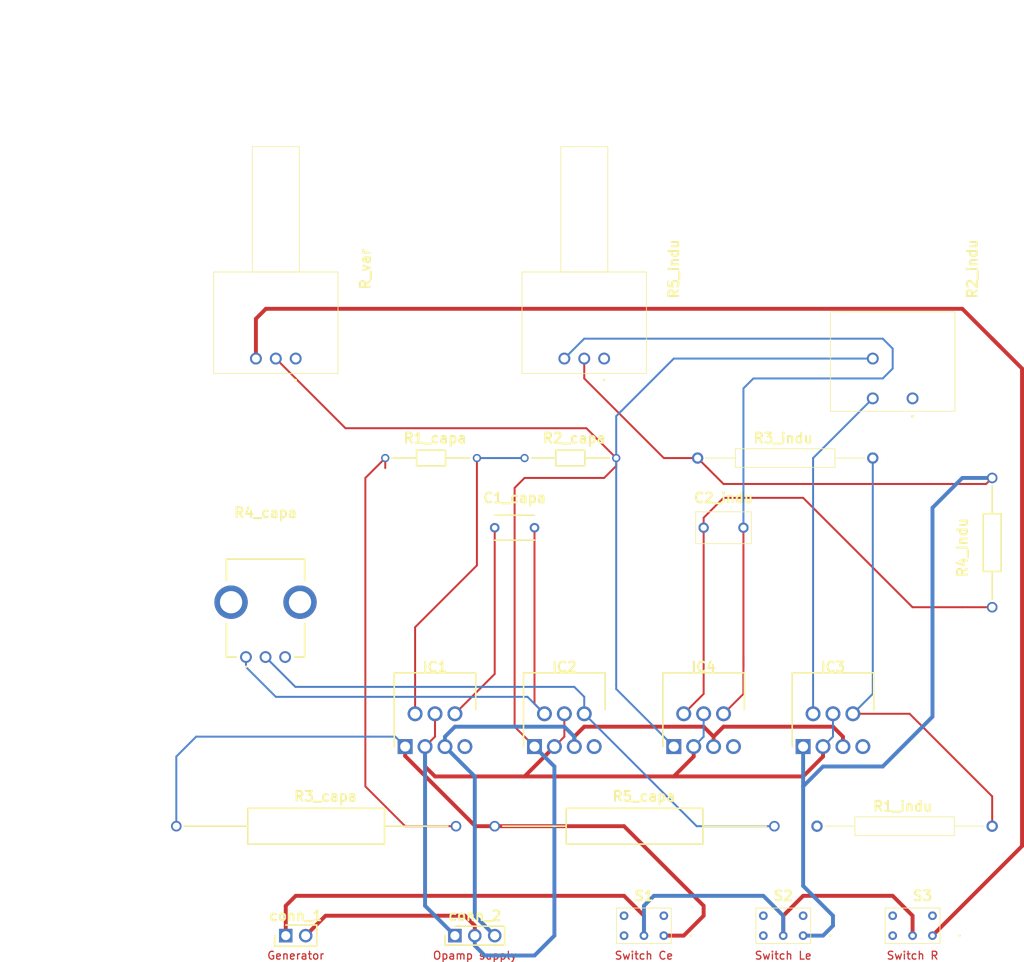
<source format=kicad_pcb>
(kicad_pcb (version 20171130) (host pcbnew "(5.1.10)-1")

  (general
    (thickness 1.6)
    (drawings 7)
    (tracks 165)
    (zones 0)
    (modules 22)
    (nets 36)
  )

  (page A4)
  (layers
    (0 F.Cu signal)
    (31 B.Cu signal)
    (32 B.Adhes user)
    (33 F.Adhes user)
    (34 B.Paste user)
    (35 F.Paste user)
    (36 B.SilkS user)
    (37 F.SilkS user)
    (38 B.Mask user)
    (39 F.Mask user)
    (40 Dwgs.User user)
    (41 Cmts.User user)
    (42 Eco1.User user)
    (43 Eco2.User user)
    (44 Edge.Cuts user)
    (45 Margin user)
    (46 B.CrtYd user)
    (47 F.CrtYd user)
    (48 B.Fab user)
    (49 F.Fab user)
  )

  (setup
    (last_trace_width 0.25)
    (trace_clearance 0.2)
    (zone_clearance 0.508)
    (zone_45_only no)
    (trace_min 0.2)
    (via_size 0.8)
    (via_drill 0.4)
    (via_min_size 0.4)
    (via_min_drill 0.3)
    (uvia_size 0.3)
    (uvia_drill 0.1)
    (uvias_allowed no)
    (uvia_min_size 0.2)
    (uvia_min_drill 0.1)
    (edge_width 0.05)
    (segment_width 0.2)
    (pcb_text_width 0.3)
    (pcb_text_size 1.5 1.5)
    (mod_edge_width 0.12)
    (mod_text_size 1 1)
    (mod_text_width 0.15)
    (pad_size 1.524 1.524)
    (pad_drill 0.762)
    (pad_to_mask_clearance 0)
    (aux_axis_origin 0 0)
    (visible_elements 7FFFFFFF)
    (pcbplotparams
      (layerselection 0x010fc_ffffffff)
      (usegerberextensions false)
      (usegerberattributes true)
      (usegerberadvancedattributes true)
      (creategerberjobfile true)
      (excludeedgelayer true)
      (linewidth 0.100000)
      (plotframeref false)
      (viasonmask false)
      (mode 1)
      (useauxorigin false)
      (hpglpennumber 1)
      (hpglpenspeed 20)
      (hpglpendiameter 15.000000)
      (psnegative false)
      (psa4output false)
      (plotreference true)
      (plotvalue true)
      (plotinvisibletext false)
      (padsonsilk false)
      (subtractmaskfromsilk false)
      (outputformat 1)
      (mirror false)
      (drillshape 1)
      (scaleselection 1)
      (outputdirectory ""))
  )

  (net 0 "")
  (net 1 "Net-(C1_capa1-Pad2)")
  (net 2 "Net-(C1_capa1-Pad1)")
  (net 3 "Net-(C2_indu1-Pad2)")
  (net 4 "Net-(C2_indu1-Pad1)")
  (net 5 Vs++)
  (net 6 GND)
  (net 7 Vs--)
  (net 8 "Net-(IC1-Pad2)")
  (net 9 "Net-(IC1-Pad7)")
  (net 10 VgyratedCapa)
  (net 11 "Net-(IC2-Pad6)")
  (net 12 "Net-(IC2-Pad7)")
  (net 13 "Net-(IC3-Pad6)")
  (net 14 "Net-(IC3-Pad2)")
  (net 15 "Net-(IC3-Pad7)")
  (net 16 VgyratedIndu)
  (net 17 "Net-(IC4-Pad7)")
  (net 18 Vgenerator)
  (net 19 "Net-(R1_capa1-Pad1)")
  (net 20 "Net-(R2_indu1-Pad1)")
  (net 21 "Net-(R4_capa1-PadMH2)")
  (net 22 "Net-(R4_capa1-PadMH1)")
  (net 23 "Net-(R4_capa1-Pad3)")
  (net 24 Vresistor)
  (net 25 "Net-(S1-Pad6)")
  (net 26 "Net-(S1-Pad4)")
  (net 27 "Net-(S1-Pad3)")
  (net 28 "Net-(S2-Pad6)")
  (net 29 "Net-(S2-Pad4)")
  (net 30 "Net-(S2-Pad3)")
  (net 31 "Net-(S3-Pad6)")
  (net 32 "Net-(S3-Pad4)")
  (net 33 "Net-(S3-Pad3)")
  (net 34 "Net-(R5_potentiometer1-PadR1)")
  (net 35 "Net-(R_potentiometer1-PadR1)")

  (net_class Default "This is the default net class."
    (clearance 0.2)
    (trace_width 0.25)
    (via_dia 0.8)
    (via_drill 0.4)
    (uvia_dia 0.3)
    (uvia_drill 0.1)
    (add_net GND)
    (add_net "Net-(C1_capa1-Pad1)")
    (add_net "Net-(C1_capa1-Pad2)")
    (add_net "Net-(C2_indu1-Pad1)")
    (add_net "Net-(C2_indu1-Pad2)")
    (add_net "Net-(IC1-Pad2)")
    (add_net "Net-(IC1-Pad7)")
    (add_net "Net-(IC2-Pad6)")
    (add_net "Net-(IC2-Pad7)")
    (add_net "Net-(IC3-Pad2)")
    (add_net "Net-(IC3-Pad6)")
    (add_net "Net-(IC3-Pad7)")
    (add_net "Net-(IC4-Pad7)")
    (add_net "Net-(R1_capa1-Pad1)")
    (add_net "Net-(R2_indu1-Pad1)")
    (add_net "Net-(R4_capa1-Pad3)")
    (add_net "Net-(R4_capa1-PadMH1)")
    (add_net "Net-(R4_capa1-PadMH2)")
    (add_net "Net-(R5_potentiometer1-PadR1)")
    (add_net "Net-(R_potentiometer1-PadR1)")
    (add_net "Net-(S1-Pad3)")
    (add_net "Net-(S1-Pad4)")
    (add_net "Net-(S1-Pad6)")
    (add_net "Net-(S2-Pad3)")
    (add_net "Net-(S2-Pad4)")
    (add_net "Net-(S2-Pad6)")
    (add_net "Net-(S3-Pad3)")
    (add_net "Net-(S3-Pad4)")
    (add_net "Net-(S3-Pad6)")
    (add_net Vgenerator)
    (add_net VgyratedCapa)
    (add_net VgyratedIndu)
    (add_net Vresistor)
    (add_net Vs++)
    (add_net Vs--)
  )

  (module SamacSys_Parts:FP12SPC1B1TP00 (layer F.Cu) (tedit 0) (tstamp 60CE9C57)
    (at 160.02 142.24)
    (descr FP12SPC1B1TP00-3)
    (tags Switch)
    (path /60E080B3)
    (fp_text reference S1 (at -2.54 -5.08) (layer F.SilkS)
      (effects (font (size 1.27 1.27) (thickness 0.254)))
    )
    (fp_text value FP12SPC1B1TP00 (at -1.27 3.81) (layer F.SilkS) hide
      (effects (font (size 1.27 1.27) (thickness 0.254)))
    )
    (fp_line (start -6.04 0.98) (end 0.96 0.98) (layer F.Fab) (width 0.2))
    (fp_line (start 0.96 0.98) (end 0.96 -3.52) (layer F.Fab) (width 0.2))
    (fp_line (start 0.96 -3.52) (end -6.04 -3.52) (layer F.Fab) (width 0.2))
    (fp_line (start -6.04 -3.52) (end -6.04 0.98) (layer F.Fab) (width 0.2))
    (fp_line (start -6.04 -3.52) (end 0.96 -3.52) (layer F.SilkS) (width 0.1))
    (fp_line (start 0.96 -3.52) (end 0.96 1) (layer F.SilkS) (width 0.1))
    (fp_line (start 0.96 1) (end -6.04 1) (layer F.SilkS) (width 0.1))
    (fp_line (start -6.04 1) (end -6.04 -3.52) (layer F.SilkS) (width 0.1))
    (fp_line (start -7.04 -4.52) (end 4.5 -4.52) (layer F.CrtYd) (width 0.1))
    (fp_line (start 4.5 -4.52) (end 4.5 2) (layer F.CrtYd) (width 0.1))
    (fp_line (start 4.5 2) (end -7.04 2) (layer F.CrtYd) (width 0.1))
    (fp_line (start -7.04 2) (end -7.04 -4.52) (layer F.CrtYd) (width 0.1))
    (fp_line (start 3.4 0) (end 3.4 0) (layer F.SilkS) (width 0.2))
    (fp_line (start 3.5 0) (end 3.5 0) (layer F.SilkS) (width 0.2))
    (fp_line (start 3.4 0) (end 3.4 0) (layer F.SilkS) (width 0.2))
    (fp_arc (start 3.45 0) (end 3.4 0) (angle -180) (layer F.SilkS) (width 0.2))
    (fp_arc (start 3.45 0) (end 3.5 0) (angle -180) (layer F.SilkS) (width 0.2))
    (fp_arc (start 3.45 0) (end 3.4 0) (angle -180) (layer F.SilkS) (width 0.2))
    (fp_text user %R (at -1.27 -1.26) (layer F.Fab)
      (effects (font (size 1.27 1.27) (thickness 0.254)))
    )
    (pad 6 thru_hole circle (at -5.08 -2.54) (size 1.1 1.1) (drill 0.6) (layers *.Cu *.Mask)
      (net 25 "Net-(S1-Pad6)"))
    (pad 4 thru_hole circle (at 0 -2.54) (size 1.1 1.1) (drill 0.6) (layers *.Cu *.Mask)
      (net 26 "Net-(S1-Pad4)"))
    (pad 3 thru_hole circle (at -5.08 0) (size 1.1 1.1) (drill 0.6) (layers *.Cu *.Mask)
      (net 27 "Net-(S1-Pad3)"))
    (pad 2 thru_hole circle (at -2.54 0) (size 1.1 1.1) (drill 0.6) (layers *.Cu *.Mask)
      (net 18 Vgenerator))
    (pad 1 thru_hole circle (at 0 0) (size 1.1 1.1) (drill 0.6) (layers *.Cu *.Mask)
      (net 10 VgyratedCapa))
    (model D:\LibraryLoaderSetup2v49.msi\SamacSys_Parts.3dshapes\FP12SPC1B1TP00.stp
      (at (xyz 0 0 0))
      (scale (xyz 1 1 1))
      (rotate (xyz 0 0 0))
    )
  )

  (module SamacSys_Parts:96R1AR16A15L (layer F.Cu) (tedit 0) (tstamp 60D51303)
    (at 113.03 68.58 90)
    (descr 96R1A-R16-A15L-2)
    (tags "Variable Resistor")
    (path /60EFEC04)
    (fp_text reference R_var (at 11.43 8.89 90) (layer F.SilkS)
      (effects (font (size 1.27 1.27) (thickness 0.254)))
    )
    (fp_text value 96R1A-R16-A15L (at 11.43 11.43 90) (layer F.SilkS) hide
      (effects (font (size 1.27 1.27) (thickness 0.254)))
    )
    (fp_line (start -2.8 0) (end -2.8 0) (layer F.SilkS) (width 0.2))
    (fp_line (start -2.7 0) (end -2.7 0) (layer F.SilkS) (width 0.2))
    (fp_line (start -2.8 0) (end -2.8 0) (layer F.SilkS) (width 0.2))
    (fp_line (start -3.8 6.4) (end -3.8 -11.48) (layer F.CrtYd) (width 0.1))
    (fp_line (start 28.05 6.4) (end -3.8 6.4) (layer F.CrtYd) (width 0.1))
    (fp_line (start 28.05 -11.48) (end 28.05 6.4) (layer F.CrtYd) (width 0.1))
    (fp_line (start -3.8 -11.48) (end 28.05 -11.48) (layer F.CrtYd) (width 0.1))
    (fp_line (start 11.05 -5.537) (end 11.05 0.46) (layer F.SilkS) (width 0.1))
    (fp_line (start 27.05 -5.537) (end 11.05 -5.537) (layer F.SilkS) (width 0.1))
    (fp_line (start 27.05 0.46) (end 27.05 -5.537) (layer F.SilkS) (width 0.1))
    (fp_line (start 11.05 0.46) (end 27.05 0.46) (layer F.SilkS) (width 0.1))
    (fp_line (start -1.9 5.4) (end -1.9 -10.48) (layer F.SilkS) (width 0.1))
    (fp_line (start 11.05 5.4) (end -1.9 5.4) (layer F.SilkS) (width 0.1))
    (fp_line (start 11.05 -10.48) (end 11.05 5.4) (layer F.SilkS) (width 0.1))
    (fp_line (start -1.9 -10.48) (end 11.05 -10.48) (layer F.SilkS) (width 0.1))
    (fp_line (start 11.05 0.457) (end 11.05 -5.537) (layer F.Fab) (width 0.2))
    (fp_line (start 27.05 0.457) (end 11.05 0.457) (layer F.Fab) (width 0.2))
    (fp_line (start 27.05 -5.537) (end 27.05 0.457) (layer F.Fab) (width 0.2))
    (fp_line (start 11.05 -5.537) (end 27.05 -5.537) (layer F.Fab) (width 0.2))
    (fp_line (start -1.9 -10.48) (end -1.9 5.4) (layer F.Fab) (width 0.2))
    (fp_line (start 11.05 -10.48) (end -1.9 -10.48) (layer F.Fab) (width 0.2))
    (fp_line (start 11.05 5.4) (end 11.05 -10.48) (layer F.Fab) (width 0.2))
    (fp_line (start -1.9 5.4) (end 11.05 5.4) (layer F.Fab) (width 0.2))
    (fp_arc (start -2.75 0) (end -2.8 0) (angle -180) (layer F.SilkS) (width 0.2))
    (fp_arc (start -2.75 0) (end -2.7 0) (angle -180) (layer F.SilkS) (width 0.2))
    (fp_arc (start -2.75 0) (end -2.8 0) (angle -180) (layer F.SilkS) (width 0.2))
    (fp_text user %R (at 12.125 -2.54 90) (layer F.Fab)
      (effects (font (size 1.27 1.27) (thickness 0.254)))
    )
    (pad R3 thru_hole circle (at 0 -5.08 90) (size 1.515 1.515) (drill 1.01) (layers *.Cu *.Mask)
      (net 24 Vresistor))
    (pad R2 thru_hole circle (at 0 -2.54 90) (size 1.515 1.515) (drill 1.01) (layers *.Cu *.Mask)
      (net 6 GND))
    (pad R1 thru_hole circle (at 0 0 90) (size 1.515 1.515) (drill 1.01) (layers *.Cu *.Mask)
      (net 35 "Net-(R_potentiometer1-PadR1)"))
    (model D:\LibraryLoaderSetup2v49.msi\SamacSys_Parts.3dshapes\96R1A-R16-A15L.stp
      (at (xyz 0 0 0))
      (scale (xyz 1 1 1))
      (rotate (xyz 0 0 0))
    )
  )

  (module SamacSys_Parts:96R1AR16A15L (layer F.Cu) (tedit 0) (tstamp 60D512E1)
    (at 152.4 68.58 90)
    (descr 96R1A-R16-A15L-2)
    (tags "Variable Resistor")
    (path /60EFC8C6)
    (fp_text reference R5_indu (at 11.43 8.89 90) (layer F.SilkS)
      (effects (font (size 1.27 1.27) (thickness 0.254)))
    )
    (fp_text value 96R1A-R16-A15L (at 11.43 11.43 90) (layer F.SilkS) hide
      (effects (font (size 1.27 1.27) (thickness 0.254)))
    )
    (fp_line (start -2.8 0) (end -2.8 0) (layer F.SilkS) (width 0.2))
    (fp_line (start -2.7 0) (end -2.7 0) (layer F.SilkS) (width 0.2))
    (fp_line (start -2.8 0) (end -2.8 0) (layer F.SilkS) (width 0.2))
    (fp_line (start -3.8 6.4) (end -3.8 -11.48) (layer F.CrtYd) (width 0.1))
    (fp_line (start 28.05 6.4) (end -3.8 6.4) (layer F.CrtYd) (width 0.1))
    (fp_line (start 28.05 -11.48) (end 28.05 6.4) (layer F.CrtYd) (width 0.1))
    (fp_line (start -3.8 -11.48) (end 28.05 -11.48) (layer F.CrtYd) (width 0.1))
    (fp_line (start 11.05 -5.537) (end 11.05 0.46) (layer F.SilkS) (width 0.1))
    (fp_line (start 27.05 -5.537) (end 11.05 -5.537) (layer F.SilkS) (width 0.1))
    (fp_line (start 27.05 0.46) (end 27.05 -5.537) (layer F.SilkS) (width 0.1))
    (fp_line (start 11.05 0.46) (end 27.05 0.46) (layer F.SilkS) (width 0.1))
    (fp_line (start -1.9 5.4) (end -1.9 -10.48) (layer F.SilkS) (width 0.1))
    (fp_line (start 11.05 5.4) (end -1.9 5.4) (layer F.SilkS) (width 0.1))
    (fp_line (start 11.05 -10.48) (end 11.05 5.4) (layer F.SilkS) (width 0.1))
    (fp_line (start -1.9 -10.48) (end 11.05 -10.48) (layer F.SilkS) (width 0.1))
    (fp_line (start 11.05 0.457) (end 11.05 -5.537) (layer F.Fab) (width 0.2))
    (fp_line (start 27.05 0.457) (end 11.05 0.457) (layer F.Fab) (width 0.2))
    (fp_line (start 27.05 -5.537) (end 27.05 0.457) (layer F.Fab) (width 0.2))
    (fp_line (start 11.05 -5.537) (end 27.05 -5.537) (layer F.Fab) (width 0.2))
    (fp_line (start -1.9 -10.48) (end -1.9 5.4) (layer F.Fab) (width 0.2))
    (fp_line (start 11.05 -10.48) (end -1.9 -10.48) (layer F.Fab) (width 0.2))
    (fp_line (start 11.05 5.4) (end 11.05 -10.48) (layer F.Fab) (width 0.2))
    (fp_line (start -1.9 5.4) (end 11.05 5.4) (layer F.Fab) (width 0.2))
    (fp_arc (start -2.75 0) (end -2.8 0) (angle -180) (layer F.SilkS) (width 0.2))
    (fp_arc (start -2.75 0) (end -2.7 0) (angle -180) (layer F.SilkS) (width 0.2))
    (fp_arc (start -2.75 0) (end -2.8 0) (angle -180) (layer F.SilkS) (width 0.2))
    (fp_text user %R (at 12.125 -2.54 90) (layer F.Fab)
      (effects (font (size 1.27 1.27) (thickness 0.254)))
    )
    (pad R3 thru_hole circle (at 0 -5.08 90) (size 1.515 1.515) (drill 1.01) (layers *.Cu *.Mask)
      (net 3 "Net-(C2_indu1-Pad2)"))
    (pad R2 thru_hole circle (at 0 -2.54 90) (size 1.515 1.515) (drill 1.01) (layers *.Cu *.Mask)
      (net 16 VgyratedIndu))
    (pad R1 thru_hole circle (at 0 0 90) (size 1.515 1.515) (drill 1.01) (layers *.Cu *.Mask)
      (net 34 "Net-(R5_potentiometer1-PadR1)"))
    (model D:\LibraryLoaderSetup2v49.msi\SamacSys_Parts.3dshapes\96R1A-R16-A15L.stp
      (at (xyz 0 0 0))
      (scale (xyz 1 1 1))
      (rotate (xyz 0 0 0))
    )
  )

  (module SamacSys_Parts:93R1AR22A12L (layer F.Cu) (tedit 0) (tstamp 60D4D38A)
    (at 191.77 73.66 90)
    (descr 93R1A-R22-A12L-2)
    (tags "Variable Resistor")
    (path /60EA026B)
    (fp_text reference R2_indu (at 16.51 7.62 270) (layer F.SilkS)
      (effects (font (size 1.27 1.27) (thickness 0.254)))
    )
    (fp_text value 93R1A-R22-A12L (at 16.51 10.16 270) (layer F.SilkS) hide
      (effects (font (size 1.27 1.27) (thickness 0.254)))
    )
    (fp_line (start -2.3 -0.1) (end -2.3 -0.1) (layer F.SilkS) (width 0.2))
    (fp_line (start -2.3 0.1) (end -2.3 0.1) (layer F.SilkS) (width 0.2))
    (fp_line (start -2.9 -10.98) (end -2.9 5.9) (layer F.CrtYd) (width 0.1))
    (fp_line (start 33.55 -10.98) (end -2.9 -10.98) (layer F.CrtYd) (width 0.1))
    (fp_line (start 33.55 5.9) (end 33.55 -10.98) (layer F.CrtYd) (width 0.1))
    (fp_line (start -2.9 5.9) (end 33.55 5.9) (layer F.CrtYd) (width 0.1))
    (fp_line (start -1.65 -10.48) (end -1.65 5.4) (layer F.SilkS) (width 0.1))
    (fp_line (start 11.05 -10.48) (end -1.65 -10.48) (layer F.SilkS) (width 0.1))
    (fp_line (start 11.05 5.4) (end 11.05 -10.48) (layer F.SilkS) (width 0.1))
    (fp_line (start -1.65 5.4) (end 11.05 5.4) (layer F.SilkS) (width 0.1))
    (fp_line (start 20.05 -5.537) (end 20.05 0.457) (layer F.Fab) (width 0.2))
    (fp_line (start 33.05 -5.537) (end 20.05 -5.537) (layer F.Fab) (width 0.2))
    (fp_line (start 33.05 0.457) (end 33.05 -5.537) (layer F.Fab) (width 0.2))
    (fp_line (start 20.05 0.457) (end 33.05 0.457) (layer F.Fab) (width 0.2))
    (fp_line (start 11.05 -7.54) (end 11.05 2.46) (layer F.Fab) (width 0.2))
    (fp_line (start 20.05 -7.54) (end 11.05 -7.54) (layer F.Fab) (width 0.2))
    (fp_line (start 20.05 2.46) (end 20.05 -7.54) (layer F.Fab) (width 0.2))
    (fp_line (start 11.05 2.46) (end 20.05 2.46) (layer F.Fab) (width 0.2))
    (fp_line (start -1.65 -10.48) (end -1.65 5.4) (layer F.Fab) (width 0.2))
    (fp_line (start 11.05 -10.48) (end -1.65 -10.48) (layer F.Fab) (width 0.2))
    (fp_line (start 11.05 5.4) (end 11.05 -10.48) (layer F.Fab) (width 0.2))
    (fp_line (start -1.65 5.4) (end 11.05 5.4) (layer F.Fab) (width 0.2))
    (fp_arc (start -2.3 0) (end -2.3 -0.1) (angle -180) (layer F.SilkS) (width 0.2))
    (fp_arc (start -2.3 0) (end -2.3 0.1) (angle -180) (layer F.SilkS) (width 0.2))
    (fp_text user %R (at 15.325 -2.54 90) (layer F.Fab)
      (effects (font (size 1.27 1.27) (thickness 0.254)))
    )
    (pad 3 thru_hole circle (at 0 -5.08 90) (size 1.515 1.515) (drill 1.01) (layers *.Cu *.Mask)
      (net 14 "Net-(IC3-Pad2)"))
    (pad 2 thru_hole circle (at 5.08 -5.08 90) (size 1.515 1.515) (drill 1.01) (layers *.Cu *.Mask)
      (net 6 GND))
    (pad 1 thru_hole circle (at 0 0 90) (size 1.515 1.515) (drill 1.01) (layers *.Cu *.Mask)
      (net 20 "Net-(R2_indu1-Pad1)"))
    (model D:\LibraryLoaderSetup2v49.msi\SamacSys_Parts.3dshapes\93R1A-R22-A12L.stp
      (at (xyz 0 0 0))
      (scale (xyz 1 1 1))
      (rotate (xyz 0 0 0))
    )
  )

  (module SamacSys_Parts:FP12SPC1B1TP00 (layer F.Cu) (tedit 0) (tstamp 60CE9C8F)
    (at 194.31 142.24)
    (descr FP12SPC1B1TP00-3)
    (tags Switch)
    (path /60E0D233)
    (fp_text reference S3 (at -1.27 -5.08) (layer F.SilkS)
      (effects (font (size 1.27 1.27) (thickness 0.254)))
    )
    (fp_text value FP12SPC1B1TP00 (at 1.27 3.81) (layer F.SilkS) hide
      (effects (font (size 1.27 1.27) (thickness 0.254)))
    )
    (fp_line (start -6.04 0.98) (end 0.96 0.98) (layer F.Fab) (width 0.2))
    (fp_line (start 0.96 0.98) (end 0.96 -3.52) (layer F.Fab) (width 0.2))
    (fp_line (start 0.96 -3.52) (end -6.04 -3.52) (layer F.Fab) (width 0.2))
    (fp_line (start -6.04 -3.52) (end -6.04 0.98) (layer F.Fab) (width 0.2))
    (fp_line (start -6.04 -3.52) (end 0.96 -3.52) (layer F.SilkS) (width 0.1))
    (fp_line (start 0.96 -3.52) (end 0.96 1) (layer F.SilkS) (width 0.1))
    (fp_line (start 0.96 1) (end -6.04 1) (layer F.SilkS) (width 0.1))
    (fp_line (start -6.04 1) (end -6.04 -3.52) (layer F.SilkS) (width 0.1))
    (fp_line (start -7.04 -4.52) (end 4.5 -4.52) (layer F.CrtYd) (width 0.1))
    (fp_line (start 4.5 -4.52) (end 4.5 2) (layer F.CrtYd) (width 0.1))
    (fp_line (start 4.5 2) (end -7.04 2) (layer F.CrtYd) (width 0.1))
    (fp_line (start -7.04 2) (end -7.04 -4.52) (layer F.CrtYd) (width 0.1))
    (fp_line (start 3.4 0) (end 3.4 0) (layer F.SilkS) (width 0.2))
    (fp_line (start 3.5 0) (end 3.5 0) (layer F.SilkS) (width 0.2))
    (fp_line (start 3.4 0) (end 3.4 0) (layer F.SilkS) (width 0.2))
    (fp_arc (start 3.45 0) (end 3.4 0) (angle -180) (layer F.SilkS) (width 0.2))
    (fp_arc (start 3.45 0) (end 3.5 0) (angle -180) (layer F.SilkS) (width 0.2))
    (fp_arc (start 3.45 0) (end 3.4 0) (angle -180) (layer F.SilkS) (width 0.2))
    (fp_text user %R (at -1.27 -1.26) (layer F.Fab)
      (effects (font (size 1.27 1.27) (thickness 0.254)))
    )
    (pad 6 thru_hole circle (at -5.08 -2.54) (size 1.1 1.1) (drill 0.6) (layers *.Cu *.Mask)
      (net 31 "Net-(S3-Pad6)"))
    (pad 4 thru_hole circle (at 0 -2.54) (size 1.1 1.1) (drill 0.6) (layers *.Cu *.Mask)
      (net 32 "Net-(S3-Pad4)"))
    (pad 3 thru_hole circle (at -5.08 0) (size 1.1 1.1) (drill 0.6) (layers *.Cu *.Mask)
      (net 33 "Net-(S3-Pad3)"))
    (pad 2 thru_hole circle (at -2.54 0) (size 1.1 1.1) (drill 0.6) (layers *.Cu *.Mask)
      (net 18 Vgenerator))
    (pad 1 thru_hole circle (at 0 0) (size 1.1 1.1) (drill 0.6) (layers *.Cu *.Mask)
      (net 24 Vresistor))
    (model D:\LibraryLoaderSetup2v49.msi\SamacSys_Parts.3dshapes\FP12SPC1B1TP00.stp
      (at (xyz 0 0 0))
      (scale (xyz 1 1 1))
      (rotate (xyz 0 0 0))
    )
  )

  (module SamacSys_Parts:FP12SPC1B1TP00 (layer F.Cu) (tedit 0) (tstamp 60CE9C73)
    (at 177.8 142.24)
    (descr FP12SPC1B1TP00-3)
    (tags Switch)
    (path /60E096D3)
    (fp_text reference S2 (at -2.54 -5.08) (layer F.SilkS)
      (effects (font (size 1.27 1.27) (thickness 0.254)))
    )
    (fp_text value FP12SPC1B1TP00 (at -1.27 2.54) (layer F.SilkS) hide
      (effects (font (size 1.27 1.27) (thickness 0.254)))
    )
    (fp_line (start -6.04 0.98) (end 0.96 0.98) (layer F.Fab) (width 0.2))
    (fp_line (start 0.96 0.98) (end 0.96 -3.52) (layer F.Fab) (width 0.2))
    (fp_line (start 0.96 -3.52) (end -6.04 -3.52) (layer F.Fab) (width 0.2))
    (fp_line (start -6.04 -3.52) (end -6.04 0.98) (layer F.Fab) (width 0.2))
    (fp_line (start -6.04 -3.52) (end 0.96 -3.52) (layer F.SilkS) (width 0.1))
    (fp_line (start 0.96 -3.52) (end 0.96 1) (layer F.SilkS) (width 0.1))
    (fp_line (start 0.96 1) (end -6.04 1) (layer F.SilkS) (width 0.1))
    (fp_line (start -6.04 1) (end -6.04 -3.52) (layer F.SilkS) (width 0.1))
    (fp_line (start -7.04 -4.52) (end 4.5 -4.52) (layer F.CrtYd) (width 0.1))
    (fp_line (start 4.5 -4.52) (end 4.5 2) (layer F.CrtYd) (width 0.1))
    (fp_line (start 4.5 2) (end -7.04 2) (layer F.CrtYd) (width 0.1))
    (fp_line (start -7.04 2) (end -7.04 -4.52) (layer F.CrtYd) (width 0.1))
    (fp_line (start 3.4 0) (end 3.4 0) (layer F.SilkS) (width 0.2))
    (fp_line (start 3.5 0) (end 3.5 0) (layer F.SilkS) (width 0.2))
    (fp_line (start 3.4 0) (end 3.4 0) (layer F.SilkS) (width 0.2))
    (fp_arc (start 3.45 0) (end 3.4 0) (angle -180) (layer F.SilkS) (width 0.2))
    (fp_arc (start 3.45 0) (end 3.5 0) (angle -180) (layer F.SilkS) (width 0.2))
    (fp_arc (start 3.45 0) (end 3.4 0) (angle -180) (layer F.SilkS) (width 0.2))
    (fp_text user %R (at -1.27 -1.26) (layer F.Fab)
      (effects (font (size 1.27 1.27) (thickness 0.254)))
    )
    (pad 6 thru_hole circle (at -5.08 -2.54) (size 1.1 1.1) (drill 0.6) (layers *.Cu *.Mask)
      (net 28 "Net-(S2-Pad6)"))
    (pad 4 thru_hole circle (at 0 -2.54) (size 1.1 1.1) (drill 0.6) (layers *.Cu *.Mask)
      (net 29 "Net-(S2-Pad4)"))
    (pad 3 thru_hole circle (at -5.08 0) (size 1.1 1.1) (drill 0.6) (layers *.Cu *.Mask)
      (net 30 "Net-(S2-Pad3)"))
    (pad 2 thru_hole circle (at -2.54 0) (size 1.1 1.1) (drill 0.6) (layers *.Cu *.Mask)
      (net 18 Vgenerator))
    (pad 1 thru_hole circle (at 0 0) (size 1.1 1.1) (drill 0.6) (layers *.Cu *.Mask)
      (net 16 VgyratedIndu))
    (model D:\LibraryLoaderSetup2v49.msi\SamacSys_Parts.3dshapes\FP12SPC1B1TP00.stp
      (at (xyz 0 0 0))
      (scale (xyz 1 1 1))
      (rotate (xyz 0 0 0))
    )
  )

  (module SamacSys_Parts:RESAD3573W69L1745D457 (layer F.Cu) (tedit 0) (tstamp 60CE9C1B)
    (at 138.43 128.27)
    (descr CMF65-1)
    (tags Resistor)
    (path /60DFB35E)
    (fp_text reference R5_capa (at 19.05 -3.81) (layer F.SilkS)
      (effects (font (size 1.27 1.27) (thickness 0.254)))
    )
    (fp_text value CMF655K0000FKEB (at 17.78 3.81) (layer F.SilkS) hide
      (effects (font (size 1.27 1.27) (thickness 0.254)))
    )
    (fp_line (start -0.925 -2.635) (end 36.625 -2.635) (layer F.CrtYd) (width 0.05))
    (fp_line (start 36.625 -2.635) (end 36.625 2.635) (layer F.CrtYd) (width 0.05))
    (fp_line (start 36.625 2.635) (end -0.925 2.635) (layer F.CrtYd) (width 0.05))
    (fp_line (start -0.925 2.635) (end -0.925 -2.635) (layer F.CrtYd) (width 0.05))
    (fp_line (start 9.125 -2.285) (end 26.575 -2.285) (layer F.Fab) (width 0.1))
    (fp_line (start 26.575 -2.285) (end 26.575 2.285) (layer F.Fab) (width 0.1))
    (fp_line (start 26.575 2.285) (end 9.125 2.285) (layer F.Fab) (width 0.1))
    (fp_line (start 9.125 2.285) (end 9.125 -2.285) (layer F.Fab) (width 0.1))
    (fp_line (start 0 0) (end 9.125 0) (layer F.Fab) (width 0.1))
    (fp_line (start 26.575 0) (end 35.7 0) (layer F.Fab) (width 0.1))
    (fp_line (start 9.125 -2.285) (end 26.575 -2.285) (layer F.SilkS) (width 0.2))
    (fp_line (start 26.575 -2.285) (end 26.575 2.285) (layer F.SilkS) (width 0.2))
    (fp_line (start 26.575 2.285) (end 9.125 2.285) (layer F.SilkS) (width 0.2))
    (fp_line (start 9.125 2.285) (end 9.125 -2.285) (layer F.SilkS) (width 0.2))
    (fp_line (start 1.025 0) (end 9.125 0) (layer F.SilkS) (width 0.2))
    (fp_line (start 26.575 0) (end 34.675 0) (layer F.SilkS) (width 0.2))
    (fp_text user %R (at 0 0) (layer F.Fab)
      (effects (font (size 1.27 1.27) (thickness 0.254)))
    )
    (pad 2 thru_hole circle (at 35.7 0) (size 1.35 1.35) (drill 0.9) (layers *.Cu *.Mask)
      (net 11 "Net-(IC2-Pad6)"))
    (pad 1 thru_hole circle (at 0 0) (size 1.35 1.35) (drill 0.9) (layers *.Cu *.Mask)
      (net 10 VgyratedCapa))
    (model D:\LibraryLoaderSetup2v49.msi\SamacSys_Parts.3dshapes\CMF655K0000FKEB.stp
      (at (xyz 0 0 0))
      (scale (xyz 1 1 1))
      (rotate (xyz 0 0 0))
    )
  )

  (module SamacSys_Parts:RESAD1653W69L737D229 (layer F.Cu) (tedit 0) (tstamp 60CE9C04)
    (at 201.93 83.82 270)
    (descr CMF55-1)
    (tags Resistor)
    (path /60DF0382)
    (fp_text reference R4_indu (at 8.89 3.81 90) (layer F.SilkS)
      (effects (font (size 1.27 1.27) (thickness 0.254)))
    )
    (fp_text value CMF551K0000BHEB (at 8.89 -3.81 90) (layer F.SilkS) hide
      (effects (font (size 1.27 1.27) (thickness 0.254)))
    )
    (fp_line (start -0.925 -1.495) (end 17.425 -1.495) (layer F.CrtYd) (width 0.05))
    (fp_line (start 17.425 -1.495) (end 17.425 1.495) (layer F.CrtYd) (width 0.05))
    (fp_line (start 17.425 1.495) (end -0.925 1.495) (layer F.CrtYd) (width 0.05))
    (fp_line (start -0.925 1.495) (end -0.925 -1.495) (layer F.CrtYd) (width 0.05))
    (fp_line (start 4.565 -1.145) (end 11.935 -1.145) (layer F.Fab) (width 0.1))
    (fp_line (start 11.935 -1.145) (end 11.935 1.145) (layer F.Fab) (width 0.1))
    (fp_line (start 11.935 1.145) (end 4.565 1.145) (layer F.Fab) (width 0.1))
    (fp_line (start 4.565 1.145) (end 4.565 -1.145) (layer F.Fab) (width 0.1))
    (fp_line (start 0 0) (end 4.565 0) (layer F.Fab) (width 0.1))
    (fp_line (start 11.935 0) (end 16.5 0) (layer F.Fab) (width 0.1))
    (fp_line (start 4.565 -1.145) (end 11.935 -1.145) (layer F.SilkS) (width 0.2))
    (fp_line (start 11.935 -1.145) (end 11.935 1.145) (layer F.SilkS) (width 0.2))
    (fp_line (start 11.935 1.145) (end 4.565 1.145) (layer F.SilkS) (width 0.2))
    (fp_line (start 4.565 1.145) (end 4.565 -1.145) (layer F.SilkS) (width 0.2))
    (fp_line (start 1.025 0) (end 4.565 0) (layer F.SilkS) (width 0.2))
    (fp_line (start 11.935 0) (end 15.475 0) (layer F.SilkS) (width 0.2))
    (fp_text user %R (at 0 0 90) (layer F.Fab)
      (effects (font (size 1.27 1.27) (thickness 0.254)))
    )
    (pad 2 thru_hole circle (at 16.5 0 270) (size 1.35 1.35) (drill 0.9) (layers *.Cu *.Mask)
      (net 4 "Net-(C2_indu1-Pad1)"))
    (pad 1 thru_hole circle (at 0 0 270) (size 1.35 1.35) (drill 0.9) (layers *.Cu *.Mask)
      (net 16 VgyratedIndu))
    (model D:\LibraryLoaderSetup2v49.msi\SamacSys_Parts.3dshapes\CMF551K0000BHEB.stp
      (at (xyz 0 0 0))
      (scale (xyz 1 1 1))
      (rotate (xyz 0 0 0))
    )
  )

  (module SamacSys_Parts:PTV09A4015UB503 (layer F.Cu) (tedit 0) (tstamp 60CE9BB9)
    (at 106.68 106.68)
    (descr PTV09A-4_2021)
    (tags "Variable Resistor")
    (path /60DFF404)
    (fp_text reference R4_capa (at 2.5 -18.43) (layer F.SilkS)
      (effects (font (size 1.27 1.27) (thickness 0.254)))
    )
    (fp_text value PTV09A-4015U-B503 (at 1.91 -15.89) (layer F.SilkS) hide
      (effects (font (size 1.27 1.27) (thickness 0.254)))
    )
    (fp_line (start -2.5 -12.5) (end 7.5 -12.5) (layer F.Fab) (width 0.1))
    (fp_line (start 7.5 -12.5) (end 7.5 0) (layer F.Fab) (width 0.1))
    (fp_line (start 7.5 0) (end -2.5 0) (layer F.Fab) (width 0.1))
    (fp_line (start -2.5 0) (end -2.5 -12.5) (layer F.Fab) (width 0.1))
    (fp_line (start 6.25 0) (end 7.5 0) (layer F.SilkS) (width 0.2))
    (fp_line (start 7.5 0) (end 7.5 0) (layer F.SilkS) (width 0.2))
    (fp_line (start 7.5 0) (end 6.25 0) (layer F.SilkS) (width 0.2))
    (fp_line (start 6.25 0) (end 6.25 0) (layer F.SilkS) (width 0.2))
    (fp_line (start 7.5 0) (end 7.5 0) (layer F.SilkS) (width 0.2))
    (fp_line (start 7.5 0) (end 7.5 -4.25) (layer F.SilkS) (width 0.2))
    (fp_line (start 7.5 -4.25) (end 7.5 -4.25) (layer F.SilkS) (width 0.2))
    (fp_line (start 7.5 -4.25) (end 7.5 0) (layer F.SilkS) (width 0.2))
    (fp_line (start 7.5 -9.75) (end 7.5 -9.75) (layer F.SilkS) (width 0.2))
    (fp_line (start 7.5 -9.75) (end 7.5 -12.5) (layer F.SilkS) (width 0.2))
    (fp_line (start 7.5 -12.5) (end 7.5 -12.5) (layer F.SilkS) (width 0.2))
    (fp_line (start 7.5 -12.5) (end 7.5 -9.75) (layer F.SilkS) (width 0.2))
    (fp_line (start 7.5 -12.5) (end -2.5 -12.5) (layer F.SilkS) (width 0.2))
    (fp_line (start -2.5 -12.5) (end -2.5 -12.5) (layer F.SilkS) (width 0.2))
    (fp_line (start -2.5 -12.5) (end 7.5 -12.5) (layer F.SilkS) (width 0.2))
    (fp_line (start 7.5 -12.5) (end 7.5 -12.5) (layer F.SilkS) (width 0.2))
    (fp_line (start -2.5 -12.5) (end -2.5 -12.5) (layer F.SilkS) (width 0.2))
    (fp_line (start -2.5 -12.5) (end -2.5 -9.75) (layer F.SilkS) (width 0.2))
    (fp_line (start -2.5 -9.75) (end -2.5 -9.75) (layer F.SilkS) (width 0.2))
    (fp_line (start -2.5 -9.75) (end -2.5 -12.5) (layer F.SilkS) (width 0.2))
    (fp_line (start -2.5 -4.25) (end -2.5 -4.25) (layer F.SilkS) (width 0.2))
    (fp_line (start -2.5 -4.25) (end -2.5 0) (layer F.SilkS) (width 0.2))
    (fp_line (start -2.5 0) (end -2.5 0) (layer F.SilkS) (width 0.2))
    (fp_line (start -2.5 0) (end -2.5 -4.25) (layer F.SilkS) (width 0.2))
    (fp_line (start -2.5 0) (end -1.25 0) (layer F.SilkS) (width 0.2))
    (fp_line (start -1.25 0) (end -1.25 0) (layer F.SilkS) (width 0.2))
    (fp_line (start -1.25 0) (end -2.5 0) (layer F.SilkS) (width 0.2))
    (fp_line (start -2.5 0) (end -2.5 0) (layer F.SilkS) (width 0.2))
    (fp_line (start -5.03 -13.5) (end 10.03 -13.5) (layer F.CrtYd) (width 0.1))
    (fp_line (start 10.03 -13.5) (end 10.03 1.75) (layer F.CrtYd) (width 0.1))
    (fp_line (start 10.03 1.75) (end -5.03 1.75) (layer F.CrtYd) (width 0.1))
    (fp_line (start -5.03 1.75) (end -5.03 -13.5) (layer F.CrtYd) (width 0.1))
    (fp_line (start 0 1.3) (end 0 1.3) (layer F.SilkS) (width 0.2))
    (fp_line (start 0 1.2) (end 0 1.2) (layer F.SilkS) (width 0.2))
    (fp_line (start 0 1.3) (end 0 1.3) (layer F.SilkS) (width 0.2))
    (fp_arc (start 0 1.25) (end 0 1.3) (angle -180) (layer F.SilkS) (width 0.2))
    (fp_arc (start 0 1.25) (end 0 1.2) (angle -180) (layer F.SilkS) (width 0.2))
    (fp_arc (start 0 1.25) (end 0 1.3) (angle -180) (layer F.SilkS) (width 0.2))
    (fp_text user %R (at 2.54 -5.73) (layer F.Fab)
      (effects (font (size 1.27 1.27) (thickness 0.254)))
    )
    (pad MH2 thru_hole circle (at 6.9 -7) (size 4.26 4.26) (drill 2.84) (layers *.Cu *.Mask)
      (net 21 "Net-(R4_capa1-PadMH2)"))
    (pad MH1 thru_hole circle (at -1.9 -7) (size 4.26 4.26) (drill 2.84) (layers *.Cu *.Mask)
      (net 22 "Net-(R4_capa1-PadMH1)"))
    (pad 3 thru_hole circle (at 5 0) (size 1.5 1.5) (drill 1) (layers *.Cu *.Mask)
      (net 23 "Net-(R4_capa1-Pad3)"))
    (pad 2 thru_hole circle (at 2.5 0) (size 1.5 1.5) (drill 1) (layers *.Cu *.Mask)
      (net 11 "Net-(IC2-Pad6)"))
    (pad 1 thru_hole circle (at 0 0) (size 1.5 1.5) (drill 1) (layers *.Cu *.Mask)
      (net 1 "Net-(C1_capa1-Pad2)"))
    (model D:\LibraryLoaderSetup2v49.msi\SamacSys_Parts.3dshapes\PTV09A-4015U-B503.stp
      (at (xyz 0 0 0))
      (scale (xyz 1 1 1))
      (rotate (xyz 0 0 0))
    )
  )

  (module SamacSys_Parts:MG6605001 (layer F.Cu) (tedit 0) (tstamp 60CE9B85)
    (at 186.69 81.28 180)
    (descr MG660-500-1%-2)
    (tags Resistor)
    (path /60DF4355)
    (fp_text reference R3_indu (at 11.43 2.54) (layer F.SilkS)
      (effects (font (size 1.27 1.27) (thickness 0.254)))
    )
    (fp_text value MG660-500-1% (at 10.16 -2.54) (layer F.SilkS) hide
      (effects (font (size 1.27 1.27) (thickness 0.254)))
    )
    (fp_text user %R (at 10.16 0) (layer F.Fab)
      (effects (font (size 1.27 1.27) (thickness 0.254)))
    )
    (fp_line (start 17.53 0) (end 21.34 0) (layer F.SilkS) (width 0.1))
    (fp_line (start 4.83 0) (end 1.02 0) (layer F.SilkS) (width 0.1))
    (fp_line (start -1.723 2.195) (end -1.723 -2.195) (layer F.CrtYd) (width 0.1))
    (fp_line (start 24.083 2.195) (end -1.723 2.195) (layer F.CrtYd) (width 0.1))
    (fp_line (start 24.083 -2.195) (end 24.083 2.195) (layer F.CrtYd) (width 0.1))
    (fp_line (start -1.723 -2.195) (end 24.083 -2.195) (layer F.CrtYd) (width 0.1))
    (fp_line (start 4.83 1.195) (end 4.83 -1.195) (layer F.SilkS) (width 0.1))
    (fp_line (start 17.53 1.195) (end 4.83 1.195) (layer F.SilkS) (width 0.1))
    (fp_line (start 17.53 -1.195) (end 17.53 1.195) (layer F.SilkS) (width 0.1))
    (fp_line (start 4.83 -1.195) (end 17.53 -1.195) (layer F.SilkS) (width 0.1))
    (fp_line (start 4.83 1.195) (end 4.83 -1.195) (layer F.Fab) (width 0.2))
    (fp_line (start 17.53 1.195) (end 4.83 1.195) (layer F.Fab) (width 0.2))
    (fp_line (start 17.53 -1.195) (end 17.53 1.195) (layer F.Fab) (width 0.2))
    (fp_line (start 4.83 -1.195) (end 17.53 -1.195) (layer F.Fab) (width 0.2))
    (pad 1 thru_hole circle (at 0 0 180) (size 1.446 1.446) (drill 0.89) (layers *.Cu *.Mask)
      (net 13 "Net-(IC3-Pad6)"))
    (pad 2 thru_hole circle (at 22.36 0 180) (size 1.446 1.446) (drill 0.89) (layers *.Cu *.Mask)
      (net 16 VgyratedIndu))
    (model D:\LibraryLoaderSetup2v49.msi\SamacSys_Parts.3dshapes\MG660-500-1%.stp
      (at (xyz 0 0 0))
      (scale (xyz 1 1 1))
      (rotate (xyz 0 0 0))
    )
  )

  (module SamacSys_Parts:RESAD3573W69L1745D457 (layer F.Cu) (tedit 0) (tstamp 60CE9B70)
    (at 97.79 128.27)
    (descr CMF65-1)
    (tags Resistor)
    (path /60DF5B75)
    (fp_text reference R3_capa (at 19.05 -3.81) (layer F.SilkS)
      (effects (font (size 1.27 1.27) (thickness 0.254)))
    )
    (fp_text value CMF655K0000FKEB (at 17.78 3.81) (layer F.SilkS) hide
      (effects (font (size 1.27 1.27) (thickness 0.254)))
    )
    (fp_line (start -0.925 -2.635) (end 36.625 -2.635) (layer F.CrtYd) (width 0.05))
    (fp_line (start 36.625 -2.635) (end 36.625 2.635) (layer F.CrtYd) (width 0.05))
    (fp_line (start 36.625 2.635) (end -0.925 2.635) (layer F.CrtYd) (width 0.05))
    (fp_line (start -0.925 2.635) (end -0.925 -2.635) (layer F.CrtYd) (width 0.05))
    (fp_line (start 9.125 -2.285) (end 26.575 -2.285) (layer F.Fab) (width 0.1))
    (fp_line (start 26.575 -2.285) (end 26.575 2.285) (layer F.Fab) (width 0.1))
    (fp_line (start 26.575 2.285) (end 9.125 2.285) (layer F.Fab) (width 0.1))
    (fp_line (start 9.125 2.285) (end 9.125 -2.285) (layer F.Fab) (width 0.1))
    (fp_line (start 0 0) (end 9.125 0) (layer F.Fab) (width 0.1))
    (fp_line (start 26.575 0) (end 35.7 0) (layer F.Fab) (width 0.1))
    (fp_line (start 9.125 -2.285) (end 26.575 -2.285) (layer F.SilkS) (width 0.2))
    (fp_line (start 26.575 -2.285) (end 26.575 2.285) (layer F.SilkS) (width 0.2))
    (fp_line (start 26.575 2.285) (end 9.125 2.285) (layer F.SilkS) (width 0.2))
    (fp_line (start 9.125 2.285) (end 9.125 -2.285) (layer F.SilkS) (width 0.2))
    (fp_line (start 1.025 0) (end 9.125 0) (layer F.SilkS) (width 0.2))
    (fp_line (start 26.575 0) (end 34.675 0) (layer F.SilkS) (width 0.2))
    (fp_text user %R (at 0 0) (layer F.Fab)
      (effects (font (size 1.27 1.27) (thickness 0.254)))
    )
    (pad 2 thru_hole circle (at 35.7 0) (size 1.35 1.35) (drill 0.9) (layers *.Cu *.Mask)
      (net 19 "Net-(R1_capa1-Pad1)"))
    (pad 1 thru_hole circle (at 0 0) (size 1.35 1.35) (drill 0.9) (layers *.Cu *.Mask)
      (net 10 VgyratedCapa))
    (model D:\LibraryLoaderSetup2v49.msi\SamacSys_Parts.3dshapes\CMF655K0000FKEB.stp
      (at (xyz 0 0 0))
      (scale (xyz 1 1 1))
      (rotate (xyz 0 0 0))
    )
  )

  (module SamacSys_Parts:RESAD1170W45L370D200 (layer F.Cu) (tedit 0) (tstamp 60CE9B3B)
    (at 142.24 81.28)
    (descr MFR3-10KFC)
    (tags Resistor)
    (path /60DFE731)
    (fp_text reference R2_capa (at 6.35 -2.54) (layer F.SilkS)
      (effects (font (size 1.27 1.27) (thickness 0.254)))
    )
    (fp_text value MFR3-10KFC (at 6.35 2.54) (layer F.SilkS) hide
      (effects (font (size 1.27 1.27) (thickness 0.254)))
    )
    (fp_line (start -0.775 -1.35) (end 12.475 -1.35) (layer F.CrtYd) (width 0.05))
    (fp_line (start 12.475 -1.35) (end 12.475 1.35) (layer F.CrtYd) (width 0.05))
    (fp_line (start 12.475 1.35) (end -0.775 1.35) (layer F.CrtYd) (width 0.05))
    (fp_line (start -0.775 1.35) (end -0.775 -1.35) (layer F.CrtYd) (width 0.05))
    (fp_line (start 4 -1) (end 7.7 -1) (layer F.Fab) (width 0.1))
    (fp_line (start 7.7 -1) (end 7.7 1) (layer F.Fab) (width 0.1))
    (fp_line (start 7.7 1) (end 4 1) (layer F.Fab) (width 0.1))
    (fp_line (start 4 1) (end 4 -1) (layer F.Fab) (width 0.1))
    (fp_line (start 0 0) (end 4 0) (layer F.Fab) (width 0.1))
    (fp_line (start 7.7 0) (end 11.7 0) (layer F.Fab) (width 0.1))
    (fp_line (start 4 -1) (end 7.7 -1) (layer F.SilkS) (width 0.2))
    (fp_line (start 7.7 -1) (end 7.7 1) (layer F.SilkS) (width 0.2))
    (fp_line (start 7.7 1) (end 4 1) (layer F.SilkS) (width 0.2))
    (fp_line (start 4 1) (end 4 -1) (layer F.SilkS) (width 0.2))
    (fp_line (start 0.875 0) (end 4 0) (layer F.SilkS) (width 0.2))
    (fp_line (start 7.7 0) (end 10.825 0) (layer F.SilkS) (width 0.2))
    (fp_text user %R (at 6.35 0) (layer F.Fab)
      (effects (font (size 1.27 1.27) (thickness 0.254)))
    )
    (pad 2 thru_hole circle (at 11.7 0) (size 1.05 1.05) (drill 0.65) (layers *.Cu *.Mask)
      (net 6 GND))
    (pad 1 thru_hole circle (at 0 0) (size 1.05 1.05) (drill 0.65) (layers *.Cu *.Mask)
      (net 8 "Net-(IC1-Pad2)"))
    (model D:\LibraryLoaderSetup2v49.msi\SamacSys_Parts.3dshapes\MFR3-10KFC.stp
      (at (xyz 0 0 0))
      (scale (xyz 1 1 1))
      (rotate (xyz 0 0 0))
    )
  )

  (module SamacSys_Parts:MG6605001 (layer F.Cu) (tedit 0) (tstamp 60CE9B24)
    (at 201.93 128.27 180)
    (descr MG660-500-1%-2)
    (tags Resistor)
    (path /60DF14AA)
    (fp_text reference R1_indu (at 11.43 2.54) (layer F.SilkS)
      (effects (font (size 1.27 1.27) (thickness 0.254)))
    )
    (fp_text value MG660-500-1% (at 11.43 -3.81) (layer F.SilkS) hide
      (effects (font (size 1.27 1.27) (thickness 0.254)))
    )
    (fp_line (start 4.83 -1.195) (end 17.53 -1.195) (layer F.Fab) (width 0.2))
    (fp_line (start 17.53 -1.195) (end 17.53 1.195) (layer F.Fab) (width 0.2))
    (fp_line (start 17.53 1.195) (end 4.83 1.195) (layer F.Fab) (width 0.2))
    (fp_line (start 4.83 1.195) (end 4.83 -1.195) (layer F.Fab) (width 0.2))
    (fp_line (start 4.83 -1.195) (end 17.53 -1.195) (layer F.SilkS) (width 0.1))
    (fp_line (start 17.53 -1.195) (end 17.53 1.195) (layer F.SilkS) (width 0.1))
    (fp_line (start 17.53 1.195) (end 4.83 1.195) (layer F.SilkS) (width 0.1))
    (fp_line (start 4.83 1.195) (end 4.83 -1.195) (layer F.SilkS) (width 0.1))
    (fp_line (start -1.723 -2.195) (end 24.083 -2.195) (layer F.CrtYd) (width 0.1))
    (fp_line (start 24.083 -2.195) (end 24.083 2.195) (layer F.CrtYd) (width 0.1))
    (fp_line (start 24.083 2.195) (end -1.723 2.195) (layer F.CrtYd) (width 0.1))
    (fp_line (start -1.723 2.195) (end -1.723 -2.195) (layer F.CrtYd) (width 0.1))
    (fp_line (start 4.83 0) (end 1.02 0) (layer F.SilkS) (width 0.1))
    (fp_line (start 17.53 0) (end 21.34 0) (layer F.SilkS) (width 0.1))
    (fp_text user %R (at 11.43 0) (layer F.Fab)
      (effects (font (size 1.27 1.27) (thickness 0.254)))
    )
    (pad 2 thru_hole circle (at 22.36 0 180) (size 1.446 1.446) (drill 0.89) (layers *.Cu *.Mask)
      (net 14 "Net-(IC3-Pad2)"))
    (pad 1 thru_hole circle (at 0 0 180) (size 1.446 1.446) (drill 0.89) (layers *.Cu *.Mask)
      (net 13 "Net-(IC3-Pad6)"))
    (model D:\LibraryLoaderSetup2v49.msi\SamacSys_Parts.3dshapes\MG660-500-1%.stp
      (at (xyz 0 0 0))
      (scale (xyz 1 1 1))
      (rotate (xyz 0 0 0))
    )
  )

  (module SamacSys_Parts:RESAD1170W45L370D200 (layer F.Cu) (tedit 0) (tstamp 60CE9B0F)
    (at 124.46 81.28)
    (descr MFR3-10KFC)
    (tags Resistor)
    (path /60DFC447)
    (fp_text reference R1_capa (at 6.35 -2.54) (layer F.SilkS)
      (effects (font (size 1.27 1.27) (thickness 0.254)))
    )
    (fp_text value MFR3-10KFC (at 6.35 2.54) (layer F.SilkS) hide
      (effects (font (size 1.27 1.27) (thickness 0.254)))
    )
    (fp_line (start -0.775 -1.35) (end 12.475 -1.35) (layer F.CrtYd) (width 0.05))
    (fp_line (start 12.475 -1.35) (end 12.475 1.35) (layer F.CrtYd) (width 0.05))
    (fp_line (start 12.475 1.35) (end -0.775 1.35) (layer F.CrtYd) (width 0.05))
    (fp_line (start -0.775 1.35) (end -0.775 -1.35) (layer F.CrtYd) (width 0.05))
    (fp_line (start 4 -1) (end 7.7 -1) (layer F.Fab) (width 0.1))
    (fp_line (start 7.7 -1) (end 7.7 1) (layer F.Fab) (width 0.1))
    (fp_line (start 7.7 1) (end 4 1) (layer F.Fab) (width 0.1))
    (fp_line (start 4 1) (end 4 -1) (layer F.Fab) (width 0.1))
    (fp_line (start 0 0) (end 4 0) (layer F.Fab) (width 0.1))
    (fp_line (start 7.7 0) (end 11.7 0) (layer F.Fab) (width 0.1))
    (fp_line (start 4 -1) (end 7.7 -1) (layer F.SilkS) (width 0.2))
    (fp_line (start 7.7 -1) (end 7.7 1) (layer F.SilkS) (width 0.2))
    (fp_line (start 7.7 1) (end 4 1) (layer F.SilkS) (width 0.2))
    (fp_line (start 4 1) (end 4 -1) (layer F.SilkS) (width 0.2))
    (fp_line (start 0.875 0) (end 4 0) (layer F.SilkS) (width 0.2))
    (fp_line (start 7.7 0) (end 10.825 0) (layer F.SilkS) (width 0.2))
    (fp_text user %R (at 0 0) (layer F.Fab)
      (effects (font (size 1.27 1.27) (thickness 0.254)))
    )
    (pad 2 thru_hole circle (at 11.7 0) (size 1.05 1.05) (drill 0.65) (layers *.Cu *.Mask)
      (net 8 "Net-(IC1-Pad2)"))
    (pad 1 thru_hole circle (at 0 0) (size 1.05 1.05) (drill 0.65) (layers *.Cu *.Mask)
      (net 19 "Net-(R1_capa1-Pad1)"))
    (model D:\LibraryLoaderSetup2v49.msi\SamacSys_Parts.3dshapes\MFR3-10KFC.stp
      (at (xyz 0 0 0))
      (scale (xyz 1 1 1))
      (rotate (xyz 0 0 0))
    )
  )

  (module SamacSys_Parts:HDRV2W67P0X254_1X2_508X241X843P (layer F.Cu) (tedit 0) (tstamp 60CE9AF8)
    (at 111.76 142.24)
    (descr 10129378-902001BLF)
    (tags Connector)
    (path /60E875F9)
    (fp_text reference conn_1 (at 1.27 -2.54) (layer F.SilkS)
      (effects (font (size 1.27 1.27) (thickness 0.254)))
    )
    (fp_text value 10129378-902001BLF (at -1.27 3.81) (layer F.SilkS) hide
      (effects (font (size 1.27 1.27) (thickness 0.254)))
    )
    (fp_line (start -1.67 1.605) (end -1.67 -1.605) (layer F.CrtYd) (width 0.05))
    (fp_line (start -1.67 -1.605) (end 4.21 -1.605) (layer F.CrtYd) (width 0.05))
    (fp_line (start 4.21 -1.605) (end 4.21 1.605) (layer F.CrtYd) (width 0.05))
    (fp_line (start 4.21 1.605) (end -1.67 1.605) (layer F.CrtYd) (width 0.05))
    (fp_line (start -1.42 1.355) (end -1.42 -1.355) (layer F.Fab) (width 0.1))
    (fp_line (start -1.42 -1.355) (end 3.96 -1.355) (layer F.Fab) (width 0.1))
    (fp_line (start 3.96 -1.355) (end 3.96 1.355) (layer F.Fab) (width 0.1))
    (fp_line (start 3.96 1.355) (end -1.42 1.355) (layer F.Fab) (width 0.1))
    (fp_line (start -1.42 0) (end -1.42 1.355) (layer F.SilkS) (width 0.2))
    (fp_line (start -1.42 1.355) (end 3.96 1.355) (layer F.SilkS) (width 0.2))
    (fp_line (start 3.96 1.355) (end 3.96 -1.355) (layer F.SilkS) (width 0.2))
    (fp_line (start 3.96 -1.355) (end 0 -1.355) (layer F.SilkS) (width 0.2))
    (fp_text user %R (at 0 0) (layer F.Fab)
      (effects (font (size 1.27 1.27) (thickness 0.254)))
    )
    (pad 2 thru_hole circle (at 2.54 0) (size 1.725 1.725) (drill 1.15) (layers *.Cu *.Mask)
      (net 6 GND))
    (pad 1 thru_hole rect (at 0 0) (size 1.725 1.725) (drill 1.15) (layers *.Cu *.Mask)
      (net 18 Vgenerator))
    (model D:\LibraryLoaderSetup2v49.msi\SamacSys_Parts.3dshapes\10129378-902001BLF.stp
      (at (xyz 0 0 0))
      (scale (xyz 1 1 1))
      (rotate (xyz 0 0 0))
    )
  )

  (module SamacSys_Parts:TO127P470X1016X2195-7P (layer F.Cu) (tedit 0) (tstamp 60CE9AE5)
    (at 161.29 118.11)
    (descr "KVT (R-PZFM-T7)")
    (tags "Integrated Circuit")
    (path /60E66E9A)
    (fp_text reference IC4 (at 3.81 -10.16) (layer F.SilkS)
      (effects (font (size 1.27 1.27) (thickness 0.254)))
    )
    (fp_text value OPA548TG3 (at 0 0) (layer F.SilkS) hide
      (effects (font (size 1.27 1.27) (thickness 0.254)))
    )
    (fp_line (start -1.645 -9.67) (end 9.265 -9.67) (layer F.CrtYd) (width 0.05))
    (fp_line (start 9.265 -9.67) (end 9.265 1.202) (layer F.CrtYd) (width 0.05))
    (fp_line (start 9.265 1.202) (end -1.645 1.202) (layer F.CrtYd) (width 0.05))
    (fp_line (start -1.645 1.202) (end -1.645 -9.67) (layer F.CrtYd) (width 0.05))
    (fp_line (start -1.395 -9.42) (end 9.015 -9.42) (layer F.Fab) (width 0.1))
    (fp_line (start 9.015 -9.42) (end 9.015 -4.72) (layer F.Fab) (width 0.1))
    (fp_line (start 9.015 -4.72) (end -1.395 -4.72) (layer F.Fab) (width 0.1))
    (fp_line (start -1.395 -4.72) (end -1.395 -9.42) (layer F.Fab) (width 0.1))
    (fp_line (start -1.395 -8.785) (end -0.76 -9.42) (layer F.Fab) (width 0.1))
    (fp_line (start 9.015 -4.72) (end 9.015 -9.42) (layer F.SilkS) (width 0.2))
    (fp_line (start 9.015 -9.42) (end -1.395 -9.42) (layer F.SilkS) (width 0.2))
    (fp_line (start -1.395 -9.42) (end -1.395 0) (layer F.SilkS) (width 0.2))
    (fp_text user %R (at 0 0) (layer F.Fab)
      (effects (font (size 1.27 1.27) (thickness 0.254)))
    )
    (pad 6 thru_hole circle (at 6.35 -4.19) (size 1.905 1.905) (drill 1.27) (layers *.Cu *.Mask)
      (net 3 "Net-(C2_indu1-Pad2)"))
    (pad 4 thru_hole circle (at 3.81 -4.19) (size 1.905 1.905) (drill 1.27) (layers *.Cu *.Mask)
      (net 7 Vs--))
    (pad 2 thru_hole circle (at 1.27 -4.19) (size 1.905 1.905) (drill 1.27) (layers *.Cu *.Mask)
      (net 4 "Net-(C2_indu1-Pad1)"))
    (pad 7 thru_hole circle (at 7.62 0) (size 1.905 1.905) (drill 1.27) (layers *.Cu *.Mask)
      (net 17 "Net-(IC4-Pad7)"))
    (pad 5 thru_hole circle (at 5.08 0) (size 1.905 1.905) (drill 1.27) (layers *.Cu *.Mask)
      (net 5 Vs++))
    (pad 3 thru_hole circle (at 2.54 0) (size 1.905 1.905) (drill 1.27) (layers *.Cu *.Mask)
      (net 7 Vs--))
    (pad 1 thru_hole rect (at 0 0) (size 1.905 1.905) (drill 1.27) (layers *.Cu *.Mask)
      (net 6 GND))
    (model D:\LibraryLoaderSetup2v49.msi\SamacSys_Parts.3dshapes\OPA548TG3.stp
      (at (xyz 0 0 0))
      (scale (xyz 1 1 1))
      (rotate (xyz 0 0 0))
    )
  )

  (module SamacSys_Parts:TO127P470X1016X2195-7P (layer F.Cu) (tedit 0) (tstamp 60CE9ACD)
    (at 177.8 118.11)
    (descr "KVT (R-PZFM-T7)")
    (tags "Integrated Circuit")
    (path /60E664C9)
    (fp_text reference IC3 (at 3.81 -10.16) (layer F.SilkS)
      (effects (font (size 1.27 1.27) (thickness 0.254)))
    )
    (fp_text value OPA548TG3 (at 0 0) (layer F.SilkS) hide
      (effects (font (size 1.27 1.27) (thickness 0.254)))
    )
    (fp_line (start -1.645 -9.67) (end 9.265 -9.67) (layer F.CrtYd) (width 0.05))
    (fp_line (start 9.265 -9.67) (end 9.265 1.202) (layer F.CrtYd) (width 0.05))
    (fp_line (start 9.265 1.202) (end -1.645 1.202) (layer F.CrtYd) (width 0.05))
    (fp_line (start -1.645 1.202) (end -1.645 -9.67) (layer F.CrtYd) (width 0.05))
    (fp_line (start -1.395 -9.42) (end 9.015 -9.42) (layer F.Fab) (width 0.1))
    (fp_line (start 9.015 -9.42) (end 9.015 -4.72) (layer F.Fab) (width 0.1))
    (fp_line (start 9.015 -4.72) (end -1.395 -4.72) (layer F.Fab) (width 0.1))
    (fp_line (start -1.395 -4.72) (end -1.395 -9.42) (layer F.Fab) (width 0.1))
    (fp_line (start -1.395 -8.785) (end -0.76 -9.42) (layer F.Fab) (width 0.1))
    (fp_line (start 9.015 -4.72) (end 9.015 -9.42) (layer F.SilkS) (width 0.2))
    (fp_line (start 9.015 -9.42) (end -1.395 -9.42) (layer F.SilkS) (width 0.2))
    (fp_line (start -1.395 -9.42) (end -1.395 0) (layer F.SilkS) (width 0.2))
    (fp_text user %R (at 0 0) (layer F.Fab)
      (effects (font (size 1.27 1.27) (thickness 0.254)))
    )
    (pad 6 thru_hole circle (at 6.35 -4.19) (size 1.905 1.905) (drill 1.27) (layers *.Cu *.Mask)
      (net 13 "Net-(IC3-Pad6)"))
    (pad 4 thru_hole circle (at 3.81 -4.19) (size 1.905 1.905) (drill 1.27) (layers *.Cu *.Mask)
      (net 7 Vs--))
    (pad 2 thru_hole circle (at 1.27 -4.19) (size 1.905 1.905) (drill 1.27) (layers *.Cu *.Mask)
      (net 14 "Net-(IC3-Pad2)"))
    (pad 7 thru_hole circle (at 7.62 0) (size 1.905 1.905) (drill 1.27) (layers *.Cu *.Mask)
      (net 15 "Net-(IC3-Pad7)"))
    (pad 5 thru_hole circle (at 5.08 0) (size 1.905 1.905) (drill 1.27) (layers *.Cu *.Mask)
      (net 5 Vs++))
    (pad 3 thru_hole circle (at 2.54 0) (size 1.905 1.905) (drill 1.27) (layers *.Cu *.Mask)
      (net 7 Vs--))
    (pad 1 thru_hole rect (at 0 0) (size 1.905 1.905) (drill 1.27) (layers *.Cu *.Mask)
      (net 16 VgyratedIndu))
    (model D:\LibraryLoaderSetup2v49.msi\SamacSys_Parts.3dshapes\OPA548TG3.stp
      (at (xyz 0 0 0))
      (scale (xyz 1 1 1))
      (rotate (xyz 0 0 0))
    )
  )

  (module SamacSys_Parts:TO127P470X1016X2195-7P (layer F.Cu) (tedit 0) (tstamp 60CE9AB5)
    (at 143.51 118.11)
    (descr "KVT (R-PZFM-T7)")
    (tags "Integrated Circuit")
    (path /60E64515)
    (fp_text reference IC2 (at 3.81 -10.16) (layer F.SilkS)
      (effects (font (size 1.27 1.27) (thickness 0.254)))
    )
    (fp_text value OPA548TG3 (at 0 0) (layer F.SilkS) hide
      (effects (font (size 1.27 1.27) (thickness 0.254)))
    )
    (fp_line (start -1.645 -9.67) (end 9.265 -9.67) (layer F.CrtYd) (width 0.05))
    (fp_line (start 9.265 -9.67) (end 9.265 1.202) (layer F.CrtYd) (width 0.05))
    (fp_line (start 9.265 1.202) (end -1.645 1.202) (layer F.CrtYd) (width 0.05))
    (fp_line (start -1.645 1.202) (end -1.645 -9.67) (layer F.CrtYd) (width 0.05))
    (fp_line (start -1.395 -9.42) (end 9.015 -9.42) (layer F.Fab) (width 0.1))
    (fp_line (start 9.015 -9.42) (end 9.015 -4.72) (layer F.Fab) (width 0.1))
    (fp_line (start 9.015 -4.72) (end -1.395 -4.72) (layer F.Fab) (width 0.1))
    (fp_line (start -1.395 -4.72) (end -1.395 -9.42) (layer F.Fab) (width 0.1))
    (fp_line (start -1.395 -8.785) (end -0.76 -9.42) (layer F.Fab) (width 0.1))
    (fp_line (start 9.015 -4.72) (end 9.015 -9.42) (layer F.SilkS) (width 0.2))
    (fp_line (start 9.015 -9.42) (end -1.395 -9.42) (layer F.SilkS) (width 0.2))
    (fp_line (start -1.395 -9.42) (end -1.395 0) (layer F.SilkS) (width 0.2))
    (fp_text user %R (at 0 0) (layer F.Fab)
      (effects (font (size 1.27 1.27) (thickness 0.254)))
    )
    (pad 6 thru_hole circle (at 6.35 -4.19) (size 1.905 1.905) (drill 1.27) (layers *.Cu *.Mask)
      (net 11 "Net-(IC2-Pad6)"))
    (pad 4 thru_hole circle (at 3.81 -4.19) (size 1.905 1.905) (drill 1.27) (layers *.Cu *.Mask)
      (net 7 Vs--))
    (pad 2 thru_hole circle (at 1.27 -4.19) (size 1.905 1.905) (drill 1.27) (layers *.Cu *.Mask)
      (net 1 "Net-(C1_capa1-Pad2)"))
    (pad 7 thru_hole circle (at 7.62 0) (size 1.905 1.905) (drill 1.27) (layers *.Cu *.Mask)
      (net 12 "Net-(IC2-Pad7)"))
    (pad 5 thru_hole circle (at 5.08 0) (size 1.905 1.905) (drill 1.27) (layers *.Cu *.Mask)
      (net 5 Vs++))
    (pad 3 thru_hole circle (at 2.54 0) (size 1.905 1.905) (drill 1.27) (layers *.Cu *.Mask)
      (net 7 Vs--))
    (pad 1 thru_hole rect (at 0 0) (size 1.905 1.905) (drill 1.27) (layers *.Cu *.Mask)
      (net 6 GND))
    (model D:\LibraryLoaderSetup2v49.msi\SamacSys_Parts.3dshapes\OPA548TG3.stp
      (at (xyz 0 0 0))
      (scale (xyz 1 1 1))
      (rotate (xyz 0 0 0))
    )
  )

  (module SamacSys_Parts:TO127P470X1016X2195-7P (layer F.Cu) (tedit 0) (tstamp 60CE9A9D)
    (at 127 118.11)
    (descr "KVT (R-PZFM-T7)")
    (tags "Integrated Circuit")
    (path /60E5E8BF)
    (fp_text reference IC1 (at 3.81 -10.16) (layer F.SilkS)
      (effects (font (size 1.27 1.27) (thickness 0.254)))
    )
    (fp_text value OPA548TG3 (at 0 0) (layer F.SilkS) hide
      (effects (font (size 1.27 1.27) (thickness 0.254)))
    )
    (fp_line (start -1.645 -9.67) (end 9.265 -9.67) (layer F.CrtYd) (width 0.05))
    (fp_line (start 9.265 -9.67) (end 9.265 1.202) (layer F.CrtYd) (width 0.05))
    (fp_line (start 9.265 1.202) (end -1.645 1.202) (layer F.CrtYd) (width 0.05))
    (fp_line (start -1.645 1.202) (end -1.645 -9.67) (layer F.CrtYd) (width 0.05))
    (fp_line (start -1.395 -9.42) (end 9.015 -9.42) (layer F.Fab) (width 0.1))
    (fp_line (start 9.015 -9.42) (end 9.015 -4.72) (layer F.Fab) (width 0.1))
    (fp_line (start 9.015 -4.72) (end -1.395 -4.72) (layer F.Fab) (width 0.1))
    (fp_line (start -1.395 -4.72) (end -1.395 -9.42) (layer F.Fab) (width 0.1))
    (fp_line (start -1.395 -8.785) (end -0.76 -9.42) (layer F.Fab) (width 0.1))
    (fp_line (start 9.015 -4.72) (end 9.015 -9.42) (layer F.SilkS) (width 0.2))
    (fp_line (start 9.015 -9.42) (end -1.395 -9.42) (layer F.SilkS) (width 0.2))
    (fp_line (start -1.395 -9.42) (end -1.395 0) (layer F.SilkS) (width 0.2))
    (fp_text user %R (at 0 0) (layer F.Fab)
      (effects (font (size 1.27 1.27) (thickness 0.254)))
    )
    (pad 6 thru_hole circle (at 6.35 -4.19) (size 1.905 1.905) (drill 1.27) (layers *.Cu *.Mask)
      (net 2 "Net-(C1_capa1-Pad1)"))
    (pad 4 thru_hole circle (at 3.81 -4.19) (size 1.905 1.905) (drill 1.27) (layers *.Cu *.Mask)
      (net 7 Vs--))
    (pad 2 thru_hole circle (at 1.27 -4.19) (size 1.905 1.905) (drill 1.27) (layers *.Cu *.Mask)
      (net 8 "Net-(IC1-Pad2)"))
    (pad 7 thru_hole circle (at 7.62 0) (size 1.905 1.905) (drill 1.27) (layers *.Cu *.Mask)
      (net 9 "Net-(IC1-Pad7)"))
    (pad 5 thru_hole circle (at 5.08 0) (size 1.905 1.905) (drill 1.27) (layers *.Cu *.Mask)
      (net 5 Vs++))
    (pad 3 thru_hole circle (at 2.54 0) (size 1.905 1.905) (drill 1.27) (layers *.Cu *.Mask)
      (net 7 Vs--))
    (pad 1 thru_hole rect (at 0 0) (size 1.905 1.905) (drill 1.27) (layers *.Cu *.Mask)
      (net 10 VgyratedCapa))
    (model D:\LibraryLoaderSetup2v49.msi\SamacSys_Parts.3dshapes\OPA548TG3.stp
      (at (xyz 0 0 0))
      (scale (xyz 1 1 1))
      (rotate (xyz 0 0 0))
    )
  )

  (module SamacSys_Parts:HDRV3W67P0X254_1X3_762X241X858P (layer F.Cu) (tedit 0) (tstamp 60CE9A85)
    (at 133.35 142.24)
    (descr 10129378-903001BLF-3)
    (tags Connector)
    (path /60E01719)
    (fp_text reference conn_2 (at 2.54 -2.54) (layer F.SilkS)
      (effects (font (size 1.27 1.27) (thickness 0.254)))
    )
    (fp_text value 10129378-903001BLF (at 0 3.81) (layer F.SilkS) hide
      (effects (font (size 1.27 1.27) (thickness 0.254)))
    )
    (fp_line (start -1.52 1.455) (end -1.52 -1.455) (layer F.CrtYd) (width 0.05))
    (fp_line (start -1.52 -1.455) (end 6.6 -1.455) (layer F.CrtYd) (width 0.05))
    (fp_line (start 6.6 -1.455) (end 6.6 1.455) (layer F.CrtYd) (width 0.05))
    (fp_line (start 6.6 1.455) (end -1.52 1.455) (layer F.CrtYd) (width 0.05))
    (fp_line (start -1.27 1.205) (end -1.27 -1.205) (layer F.Fab) (width 0.1))
    (fp_line (start -1.27 -1.205) (end 6.35 -1.205) (layer F.Fab) (width 0.1))
    (fp_line (start 6.35 -1.205) (end 6.35 1.205) (layer F.Fab) (width 0.1))
    (fp_line (start 6.35 1.205) (end -1.27 1.205) (layer F.Fab) (width 0.1))
    (fp_line (start -1.27 0) (end -1.27 1.205) (layer F.SilkS) (width 0.2))
    (fp_line (start -1.27 1.205) (end 6.35 1.205) (layer F.SilkS) (width 0.2))
    (fp_line (start 6.35 1.205) (end 6.35 -1.205) (layer F.SilkS) (width 0.2))
    (fp_line (start 6.35 -1.205) (end 0 -1.205) (layer F.SilkS) (width 0.2))
    (fp_text user %R (at 0 0) (layer F.Fab)
      (effects (font (size 1.27 1.27) (thickness 0.254)))
    )
    (pad 3 thru_hole circle (at 5.08 0) (size 1.725 1.725) (drill 1.15) (layers *.Cu *.Mask)
      (net 5 Vs++))
    (pad 2 thru_hole circle (at 2.54 0) (size 1.725 1.725) (drill 1.15) (layers *.Cu *.Mask)
      (net 6 GND))
    (pad 1 thru_hole rect (at 0 0) (size 1.725 1.725) (drill 1.15) (layers *.Cu *.Mask)
      (net 7 Vs--))
    (model D:\LibraryLoaderSetup2v49.msi\SamacSys_Parts.3dshapes\10129378-903001BLF.stp
      (at (xyz 0 0 0))
      (scale (xyz 1 1 1))
      (rotate (xyz 0 0 0))
    )
  )

  (module SamacSys_Parts:C330C105J5R5TA (layer F.Cu) (tedit 0) (tstamp 60CE9A71)
    (at 165.1 90.17)
    (descr C330C105J5R5TA-1)
    (tags Capacitor)
    (path /60DEE461)
    (fp_text reference C2_indu (at 2.54 -3.81) (layer F.SilkS)
      (effects (font (size 1.27 1.27) (thickness 0.254)))
    )
    (fp_text value C330C105J5R5TA (at 2.54 3.81) (layer F.SilkS) hide
      (effects (font (size 1.27 1.27) (thickness 0.254)))
    )
    (fp_line (start -1.015 -2.035) (end 6.095 -2.035) (layer F.Fab) (width 0.2))
    (fp_line (start 6.095 -2.035) (end 6.095 2.035) (layer F.Fab) (width 0.2))
    (fp_line (start 6.095 2.035) (end -1.015 2.035) (layer F.Fab) (width 0.2))
    (fp_line (start -1.015 2.035) (end -1.015 -2.035) (layer F.Fab) (width 0.2))
    (fp_line (start -1.015 -2.035) (end 6.095 -2.035) (layer F.SilkS) (width 0.1))
    (fp_line (start 6.095 -2.035) (end 6.095 2.035) (layer F.SilkS) (width 0.1))
    (fp_line (start 6.095 2.035) (end -1.015 2.035) (layer F.SilkS) (width 0.1))
    (fp_line (start -1.015 2.035) (end -1.015 -2.035) (layer F.SilkS) (width 0.1))
    (fp_line (start -2.015 -3.035) (end 7.095 -3.035) (layer F.CrtYd) (width 0.1))
    (fp_line (start 7.095 -3.035) (end 7.095 3.035) (layer F.CrtYd) (width 0.1))
    (fp_line (start 7.095 3.035) (end -2.015 3.035) (layer F.CrtYd) (width 0.1))
    (fp_line (start -2.015 3.035) (end -2.015 -3.035) (layer F.CrtYd) (width 0.1))
    (fp_text user %R (at 2.54 -1.27) (layer F.Fab)
      (effects (font (size 1.27 1.27) (thickness 0.254)))
    )
    (pad 2 thru_hole circle (at 5.08 0) (size 1.316 1.316) (drill 0.81) (layers *.Cu *.Mask)
      (net 3 "Net-(C2_indu1-Pad2)"))
    (pad 1 thru_hole circle (at 0 0) (size 1.316 1.316) (drill 0.81) (layers *.Cu *.Mask)
      (net 4 "Net-(C2_indu1-Pad1)"))
    (model D:\LibraryLoaderSetup2v49.msi\SamacSys_Parts.3dshapes\C330C105J5R5TA.stp
      (at (xyz 0 0 0))
      (scale (xyz 1 1 1))
      (rotate (xyz 0 0 0))
    )
  )

  (module SamacSys_Parts:SR215A102FARTR1 (layer F.Cu) (tedit 0) (tstamp 60CE9A5E)
    (at 138.43 90.17)
    (descr SR215A102FARTR1-2)
    (tags Capacitor)
    (path /60D7F2B6)
    (fp_text reference C1_capa (at 2.54 -3.81) (layer F.SilkS)
      (effects (font (size 1.27 1.27) (thickness 0.254)))
    )
    (fp_text value "SR215A 1nF" (at 2.54 3.81) (layer F.SilkS) hide
      (effects (font (size 1.27 1.27) (thickness 0.254)))
    )
    (fp_line (start 0 -1.588) (end 5.08 -1.588) (layer F.Fab) (width 0.1))
    (fp_line (start 5.08 -1.588) (end 5.08 1.588) (layer F.Fab) (width 0.1))
    (fp_line (start 5.08 1.588) (end 0 1.588) (layer F.Fab) (width 0.1))
    (fp_line (start 0 1.588) (end 0 -1.588) (layer F.Fab) (width 0.1))
    (fp_line (start -1.607 -2.588) (end 6.687 -2.588) (layer F.CrtYd) (width 0.1))
    (fp_line (start 6.687 -2.588) (end 6.687 2.588) (layer F.CrtYd) (width 0.1))
    (fp_line (start 6.687 2.588) (end -1.607 2.588) (layer F.CrtYd) (width 0.1))
    (fp_line (start -1.607 2.588) (end -1.607 -2.588) (layer F.CrtYd) (width 0.1))
    (fp_line (start 0 -1.588) (end 5.08 -1.6) (layer F.SilkS) (width 0.2))
    (fp_line (start 0 1.6) (end 5.08 1.588) (layer F.SilkS) (width 0.2))
    (fp_text user %R (at 2.54 0) (layer F.Fab)
      (effects (font (size 1.27 1.27) (thickness 0.254)))
    )
    (pad 2 thru_hole circle (at 5.08 0) (size 1.214 1.214) (drill 0.708) (layers *.Cu *.Mask)
      (net 1 "Net-(C1_capa1-Pad2)"))
    (pad 1 thru_hole circle (at 0 0) (size 1.214 1.214) (drill 0.708) (layers *.Cu *.Mask)
      (net 2 "Net-(C1_capa1-Pad1)"))
    (model D:\LibraryLoaderSetup2v49.msi\SamacSys_Parts.3dshapes\SR215A102FARTR1.stp
      (at (xyz 0 0 0))
      (scale (xyz 1 1 1))
      (rotate (xyz 0 0 0))
    )
  )

  (gr_text "Switch R" (at 191.77 144.78) (layer F.Cu)
    (effects (font (size 1 1) (thickness 0.15)))
  )
  (gr_text "Switch Le" (at 175.26 144.78) (layer F.Cu)
    (effects (font (size 1 1) (thickness 0.15)))
  )
  (gr_text "Switch Ce" (at 157.48 144.78) (layer F.Cu)
    (effects (font (size 1 1) (thickness 0.15)))
  )
  (gr_text "Opamp supply" (at 135.89 144.78) (layer F.Cu)
    (effects (font (size 1 1) (thickness 0.15)))
  )
  (gr_text Generator (at 113.03 144.78) (layer F.Cu)
    (effects (font (size 1 1) (thickness 0.15)))
  )
  (dimension 105.41 (width 0.55) (layer Dwgs.User)
    (gr_text "105,410 mm" (at 153.035 25.37) (layer Dwgs.User)
      (effects (font (size 2 2) (thickness 0.25)))
    )
    (feature1 (pts (xy 100.33 33.02) (xy 100.33 26.083579)))
    (feature2 (pts (xy 205.74 33.02) (xy 205.74 26.083579)))
    (crossbar (pts (xy 205.74 26.67) (xy 100.33 26.67)))
    (arrow1a (pts (xy 100.33 26.67) (xy 101.456504 26.083579)))
    (arrow1b (pts (xy 100.33 26.67) (xy 101.456504 27.256421)))
    (arrow2a (pts (xy 205.74 26.67) (xy 204.613496 26.083579)))
    (arrow2b (pts (xy 205.74 26.67) (xy 204.613496 27.256421)))
  )
  (dimension 104.14 (width 0.55) (layer Dwgs.User)
    (gr_text "104,140 mm" (at 83.79 92.71 -90) (layer Dwgs.User)
      (effects (font (size 2 2) (thickness 0.25)))
    )
    (feature1 (pts (xy 95.25 144.78) (xy 84.503579 144.78)))
    (feature2 (pts (xy 95.25 40.64) (xy 84.503579 40.64)))
    (crossbar (pts (xy 85.09 40.64) (xy 85.09 144.78)))
    (arrow1a (pts (xy 85.09 144.78) (xy 84.503579 143.653496)))
    (arrow1b (pts (xy 85.09 144.78) (xy 85.676421 143.653496)))
    (arrow2a (pts (xy 85.09 40.64) (xy 84.503579 41.766504)))
    (arrow2b (pts (xy 85.09 40.64) (xy 85.676421 41.766504)))
  )

  (segment (start 143.51 112.65) (end 144.78 113.92) (width 0.25) (layer F.Cu) (net 1))
  (segment (start 143.51 90.17) (end 143.51 112.65) (width 0.25) (layer F.Cu) (net 1))
  (segment (start 106.68 106.68) (end 106.68 107.95) (width 0.25) (layer B.Cu) (net 1))
  (segment (start 106.68 107.95) (end 110.49 111.76) (width 0.25) (layer B.Cu) (net 1))
  (segment (start 142.62 111.76) (end 144.78 113.92) (width 0.25) (layer B.Cu) (net 1))
  (segment (start 110.49 111.76) (end 142.62 111.76) (width 0.25) (layer B.Cu) (net 1))
  (segment (start 138.43 108.84) (end 133.35 113.92) (width 0.25) (layer F.Cu) (net 2))
  (segment (start 138.43 90.17) (end 138.43 108.84) (width 0.25) (layer F.Cu) (net 2))
  (segment (start 170.18 111.38) (end 167.64 113.92) (width 0.25) (layer F.Cu) (net 3))
  (segment (start 170.18 107.95) (end 170.18 106.68) (width 0.25) (layer F.Cu) (net 3))
  (segment (start 170.18 90.17) (end 170.18 107.95) (width 0.25) (layer F.Cu) (net 3))
  (segment (start 170.18 107.95) (end 170.18 111.38) (width 0.25) (layer F.Cu) (net 3))
  (segment (start 170.18 90.17) (end 170.18 72.39) (width 0.25) (layer B.Cu) (net 3))
  (segment (start 170.18 72.39) (end 171.45 71.12) (width 0.25) (layer B.Cu) (net 3))
  (segment (start 171.45 71.12) (end 187.96 71.12) (width 0.25) (layer B.Cu) (net 3))
  (segment (start 187.96 71.12) (end 189.23 69.85) (width 0.25) (layer B.Cu) (net 3))
  (segment (start 189.23 69.85) (end 189.23 67.31) (width 0.25) (layer B.Cu) (net 3))
  (segment (start 189.23 67.31) (end 187.96 66.04) (width 0.25) (layer B.Cu) (net 3))
  (segment (start 149.86 66.04) (end 147.32 68.58) (width 0.25) (layer B.Cu) (net 3))
  (segment (start 187.96 66.04) (end 149.86 66.04) (width 0.25) (layer B.Cu) (net 3))
  (segment (start 165.1 111.38) (end 162.56 113.92) (width 0.25) (layer F.Cu) (net 4))
  (segment (start 165.1 90.17) (end 165.1 111.38) (width 0.25) (layer F.Cu) (net 4))
  (segment (start 198.12 100.32) (end 191.76 100.32) (width 0.25) (layer F.Cu) (net 4))
  (segment (start 191.76 100.32) (end 177.8 86.36) (width 0.25) (layer F.Cu) (net 4))
  (segment (start 177.8 86.36) (end 167.64 86.36) (width 0.25) (layer F.Cu) (net 4))
  (segment (start 165.1 88.9) (end 165.1 90.17) (width 0.25) (layer F.Cu) (net 4))
  (segment (start 167.64 86.36) (end 165.1 88.9) (width 0.25) (layer F.Cu) (net 4))
  (segment (start 198.12 100.32) (end 201.47999 100.32) (width 0.25) (layer F.Cu) (net 4))
  (segment (start 132.08 118.11) (end 132.08 116.84) (width 0.5) (layer B.Cu) (net 5))
  (segment (start 132.08 116.84) (end 133.35 115.57) (width 0.5) (layer B.Cu) (net 5))
  (segment (start 133.35 115.57) (end 147.32 115.57) (width 0.5) (layer B.Cu) (net 5))
  (segment (start 148.59 116.84) (end 148.59 118.11) (width 0.5) (layer B.Cu) (net 5))
  (segment (start 147.32 115.57) (end 148.59 116.84) (width 0.5) (layer B.Cu) (net 5))
  (segment (start 148.59 118.11) (end 148.59 116.84) (width 0.5) (layer F.Cu) (net 5))
  (segment (start 148.59 116.84) (end 149.86 115.57) (width 0.5) (layer F.Cu) (net 5))
  (segment (start 149.86 115.57) (end 165.1 115.57) (width 0.5) (layer F.Cu) (net 5))
  (segment (start 165.1 115.57) (end 166.37 116.84) (width 0.5) (layer F.Cu) (net 5))
  (segment (start 166.37 116.84) (end 166.37 118.11) (width 0.5) (layer F.Cu) (net 5))
  (segment (start 166.37 116.84) (end 167.64 115.57) (width 0.5) (layer F.Cu) (net 5))
  (segment (start 167.64 115.57) (end 181.61 115.57) (width 0.5) (layer F.Cu) (net 5))
  (segment (start 181.61 115.57) (end 182.88 116.84) (width 0.5) (layer F.Cu) (net 5))
  (segment (start 182.88 116.84) (end 182.88 118.11) (width 0.5) (layer F.Cu) (net 5))
  (segment (start 135.89 139.7) (end 138.43 142.24) (width 0.5) (layer B.Cu) (net 5))
  (segment (start 135.89 121.92) (end 135.89 139.7) (width 0.5) (layer B.Cu) (net 5))
  (segment (start 132.08 118.11) (end 135.89 121.92) (width 0.5) (layer B.Cu) (net 5))
  (segment (start 119.38 77.47) (end 150.13 77.47) (width 0.25) (layer F.Cu) (net 6))
  (segment (start 150.13 77.47) (end 153.94 81.28) (width 0.25) (layer F.Cu) (net 6))
  (segment (start 110.49 68.58) (end 119.38 77.47) (width 0.25) (layer F.Cu) (net 6))
  (segment (start 153.94 81.28) (end 153.94 75.93) (width 0.25) (layer B.Cu) (net 6))
  (segment (start 161.29 68.58) (end 186.69 68.58) (width 0.25) (layer B.Cu) (net 6))
  (segment (start 153.94 75.93) (end 161.29 68.58) (width 0.25) (layer B.Cu) (net 6))
  (segment (start 153.94 110.76) (end 161.29 118.11) (width 0.25) (layer B.Cu) (net 6))
  (segment (start 153.94 110.22) (end 153.94 110.76) (width 0.25) (layer B.Cu) (net 6))
  (segment (start 153.94 81.28) (end 153.94 110.22) (width 0.25) (layer B.Cu) (net 6))
  (segment (start 153.94 82.28) (end 153.94 81.28) (width 0.25) (layer F.Cu) (net 6))
  (segment (start 152.4 83.82) (end 153.94 82.28) (width 0.25) (layer F.Cu) (net 6))
  (segment (start 140.97 85.09) (end 142.24 83.82) (width 0.25) (layer F.Cu) (net 6))
  (segment (start 140.97 115.57) (end 140.97 85.09) (width 0.25) (layer F.Cu) (net 6))
  (segment (start 142.24 83.82) (end 152.4 83.82) (width 0.25) (layer F.Cu) (net 6))
  (segment (start 143.51 118.11) (end 140.97 115.57) (width 0.25) (layer F.Cu) (net 6))
  (segment (start 146.05 120.65) (end 146.05 142.24) (width 0.5) (layer B.Cu) (net 6))
  (segment (start 143.51 118.11) (end 146.05 120.65) (width 0.5) (layer B.Cu) (net 6))
  (segment (start 114.3 142.24) (end 116.84 139.7) (width 0.5) (layer F.Cu) (net 6))
  (segment (start 116.84 139.7) (end 134.62 139.7) (width 0.5) (layer F.Cu) (net 6))
  (segment (start 134.62 139.7) (end 135.89 140.97) (width 0.5) (layer F.Cu) (net 6))
  (segment (start 135.89 140.97) (end 135.89 142.24) (width 0.5) (layer F.Cu) (net 6))
  (segment (start 146.05 142.24) (end 143.51 144.78) (width 0.5) (layer B.Cu) (net 6))
  (segment (start 143.51 144.78) (end 137.16 144.78) (width 0.5) (layer B.Cu) (net 6))
  (segment (start 137.16 144.78) (end 135.89 143.51) (width 0.5) (layer B.Cu) (net 6))
  (segment (start 135.89 143.51) (end 135.89 142.24) (width 0.5) (layer B.Cu) (net 6))
  (segment (start 147.32 116.84) (end 146.05 118.11) (width 0.25) (layer F.Cu) (net 7))
  (segment (start 130.81 116.84) (end 129.54 118.11) (width 0.25) (layer F.Cu) (net 7))
  (segment (start 130.81 113.92) (end 130.81 116.84) (width 0.25) (layer F.Cu) (net 7))
  (segment (start 147.32 113.92) (end 147.32 116.84) (width 0.25) (layer F.Cu) (net 7))
  (segment (start 129.54 118.11) (end 129.54 120.65) (width 0.5) (layer F.Cu) (net 7))
  (segment (start 129.54 120.65) (end 130.81 121.92) (width 0.5) (layer F.Cu) (net 7))
  (segment (start 142.24 121.92) (end 146.05 118.11) (width 0.5) (layer F.Cu) (net 7))
  (segment (start 130.81 121.92) (end 142.24 121.92) (width 0.5) (layer F.Cu) (net 7))
  (segment (start 142.24 121.92) (end 161.29 121.92) (width 0.5) (layer F.Cu) (net 7))
  (segment (start 163.83 119.38) (end 163.83 118.11) (width 0.5) (layer F.Cu) (net 7))
  (segment (start 161.29 121.92) (end 163.83 119.38) (width 0.5) (layer F.Cu) (net 7))
  (segment (start 161.29 121.92) (end 177.8 121.92) (width 0.5) (layer F.Cu) (net 7))
  (segment (start 180.34 119.38) (end 180.34 118.11) (width 0.5) (layer F.Cu) (net 7))
  (segment (start 177.8 121.92) (end 180.34 119.38) (width 0.5) (layer F.Cu) (net 7))
  (segment (start 163.83 118.11) (end 165.1 116.84) (width 0.25) (layer B.Cu) (net 7))
  (segment (start 165.1 116.84) (end 165.1 113.92) (width 0.25) (layer B.Cu) (net 7))
  (segment (start 180.34 118.11) (end 181.61 116.84) (width 0.25) (layer B.Cu) (net 7))
  (segment (start 181.61 116.84) (end 181.61 113.92) (width 0.25) (layer B.Cu) (net 7))
  (segment (start 129.54 138.43) (end 133.35 142.24) (width 0.5) (layer B.Cu) (net 7))
  (segment (start 129.54 118.11) (end 129.54 138.43) (width 0.5) (layer B.Cu) (net 7))
  (segment (start 136.16 81.28) (end 136.16 94.98) (width 0.25) (layer F.Cu) (net 8))
  (segment (start 128.27 102.87) (end 128.27 113.92) (width 0.25) (layer F.Cu) (net 8))
  (segment (start 136.16 94.98) (end 128.27 102.87) (width 0.25) (layer F.Cu) (net 8))
  (segment (start 136.16 81.28) (end 142.24 81.28) (width 0.25) (layer B.Cu) (net 8))
  (segment (start 97.79 128.27) (end 97.79 119.38) (width 0.25) (layer B.Cu) (net 10))
  (segment (start 97.79 119.38) (end 100.33 116.84) (width 0.25) (layer B.Cu) (net 10))
  (segment (start 125.73 116.84) (end 127 118.11) (width 0.25) (layer B.Cu) (net 10))
  (segment (start 100.33 116.84) (end 125.73 116.84) (width 0.25) (layer B.Cu) (net 10))
  (segment (start 135.9575 128.27) (end 138.43 128.27) (width 0.5) (layer F.Cu) (net 10))
  (segment (start 127 119.3125) (end 135.9575 128.27) (width 0.5) (layer F.Cu) (net 10))
  (segment (start 127 118.11) (end 127 119.3125) (width 0.5) (layer F.Cu) (net 10))
  (segment (start 162.56 142.24) (end 160.02 142.24) (width 0.5) (layer F.Cu) (net 10))
  (segment (start 165.1 139.7) (end 162.56 142.24) (width 0.5) (layer F.Cu) (net 10))
  (segment (start 165.1 138.43) (end 165.1 139.7) (width 0.5) (layer F.Cu) (net 10))
  (segment (start 154.94 128.27) (end 165.1 138.43) (width 0.5) (layer F.Cu) (net 10))
  (segment (start 138.43 128.27) (end 154.94 128.27) (width 0.5) (layer F.Cu) (net 10))
  (segment (start 109.18 106.68) (end 112.99 110.49) (width 0.25) (layer B.Cu) (net 11))
  (segment (start 112.99 110.49) (end 148.59 110.49) (width 0.25) (layer B.Cu) (net 11))
  (segment (start 149.86 111.76) (end 149.86 113.92) (width 0.25) (layer B.Cu) (net 11))
  (segment (start 148.59 110.49) (end 149.86 111.76) (width 0.25) (layer B.Cu) (net 11))
  (segment (start 164.21 128.27) (end 174.13 128.27) (width 0.25) (layer B.Cu) (net 11))
  (segment (start 149.86 113.92) (end 164.21 128.27) (width 0.25) (layer B.Cu) (net 11))
  (segment (start 201.93 128.27) (end 201.93 124.46) (width 0.25) (layer F.Cu) (net 13))
  (segment (start 191.39 113.92) (end 184.15 113.92) (width 0.25) (layer F.Cu) (net 13))
  (segment (start 201.93 124.46) (end 191.39 113.92) (width 0.25) (layer F.Cu) (net 13))
  (segment (start 186.69 111.38) (end 184.15 113.92) (width 0.25) (layer B.Cu) (net 13))
  (segment (start 186.69 81.28) (end 186.69 111.38) (width 0.25) (layer B.Cu) (net 13))
  (segment (start 179.07 81.28) (end 179.07 113.92) (width 0.25) (layer B.Cu) (net 14))
  (segment (start 186.69 73.66) (end 179.07 81.28) (width 0.25) (layer B.Cu) (net 14))
  (segment (start 149.86 68.58) (end 149.86 71.12) (width 0.25) (layer F.Cu) (net 16))
  (segment (start 149.86 71.12) (end 160.02 81.28) (width 0.25) (layer F.Cu) (net 16))
  (segment (start 160.02 81.28) (end 164.33 81.28) (width 0.25) (layer F.Cu) (net 16))
  (segment (start 177.8 135.89) (end 181.61 139.7) (width 0.5) (layer B.Cu) (net 16))
  (segment (start 181.61 139.7) (end 181.61 140.97) (width 0.5) (layer B.Cu) (net 16))
  (segment (start 180.34 142.24) (end 177.8 142.24) (width 0.5) (layer B.Cu) (net 16))
  (segment (start 181.61 140.97) (end 180.34 142.24) (width 0.5) (layer B.Cu) (net 16))
  (segment (start 177.8 123.19) (end 180.34 120.65) (width 0.5) (layer B.Cu) (net 16))
  (segment (start 177.8 118.11) (end 177.8 123.19) (width 0.5) (layer B.Cu) (net 16))
  (segment (start 177.8 123.19) (end 177.8 135.89) (width 0.5) (layer B.Cu) (net 16))
  (segment (start 180.34 120.65) (end 187.96 120.65) (width 0.5) (layer B.Cu) (net 16))
  (segment (start 187.96 120.65) (end 194.31 114.3) (width 0.5) (layer B.Cu) (net 16))
  (segment (start 194.31 114.3) (end 194.31 87.63) (width 0.5) (layer B.Cu) (net 16))
  (segment (start 198.12 83.82) (end 201.93 83.82) (width 0.5) (layer B.Cu) (net 16))
  (segment (start 194.31 87.63) (end 198.12 83.82) (width 0.5) (layer B.Cu) (net 16))
  (segment (start 164.33 81.28) (end 167.64 84.59) (width 0.25) (layer F.Cu) (net 16))
  (segment (start 201.16 84.59) (end 201.47999 84.27001) (width 0.25) (layer F.Cu) (net 16))
  (segment (start 167.64 84.59) (end 201.16 84.59) (width 0.25) (layer F.Cu) (net 16))
  (segment (start 111.76 142.24) (end 111.76 138.43) (width 0.5) (layer F.Cu) (net 18))
  (segment (start 111.76 138.43) (end 113.03 137.16) (width 0.5) (layer F.Cu) (net 18))
  (segment (start 113.03 137.16) (end 154.94 137.16) (width 0.5) (layer F.Cu) (net 18))
  (segment (start 157.48 139.7) (end 157.48 142.24) (width 0.5) (layer F.Cu) (net 18))
  (segment (start 154.94 137.16) (end 157.48 139.7) (width 0.5) (layer F.Cu) (net 18))
  (segment (start 157.48 142.24) (end 157.48 138.43) (width 0.5) (layer B.Cu) (net 18))
  (segment (start 157.48 138.43) (end 158.75 137.16) (width 0.5) (layer B.Cu) (net 18))
  (segment (start 158.75 137.16) (end 172.72 137.16) (width 0.5) (layer B.Cu) (net 18))
  (segment (start 172.72 137.16) (end 175.26 139.7) (width 0.5) (layer B.Cu) (net 18))
  (segment (start 175.26 139.7) (end 175.26 142.24) (width 0.5) (layer B.Cu) (net 18))
  (segment (start 175.26 142.24) (end 175.26 139.7) (width 0.5) (layer F.Cu) (net 18))
  (segment (start 175.26 139.7) (end 177.8 137.16) (width 0.5) (layer F.Cu) (net 18))
  (segment (start 177.8 137.16) (end 189.23 137.16) (width 0.5) (layer F.Cu) (net 18))
  (segment (start 191.77 139.7) (end 191.77 142.24) (width 0.5) (layer F.Cu) (net 18))
  (segment (start 189.23 137.16) (end 191.77 139.7) (width 0.5) (layer F.Cu) (net 18))
  (segment (start 124.46 81.28) (end 124.46 82.55) (width 0.25) (layer F.Cu) (net 19))
  (segment (start 127 128.27) (end 133.49 128.27) (width 0.25) (layer F.Cu) (net 19))
  (segment (start 121.92 123.19) (end 127 128.27) (width 0.25) (layer F.Cu) (net 19))
  (segment (start 121.92 83.82) (end 121.92 123.19) (width 0.25) (layer F.Cu) (net 19))
  (segment (start 124.46 81.28) (end 121.92 83.82) (width 0.25) (layer F.Cu) (net 19))
  (segment (start 107.95 68.58) (end 107.95 63.5) (width 0.5) (layer F.Cu) (net 24))
  (segment (start 107.95 63.5) (end 109.22 62.23) (width 0.5) (layer F.Cu) (net 24))
  (segment (start 109.22 62.23) (end 198.12 62.23) (width 0.5) (layer F.Cu) (net 24))
  (segment (start 198.12 62.23) (end 201.93 66.04) (width 0.5) (layer F.Cu) (net 24))
  (segment (start 201.93 66.04) (end 202.978001 67.088001) (width 0.5) (layer F.Cu) (net 24))
  (segment (start 205.74 130.81) (end 194.31 142.24) (width 0.5) (layer F.Cu) (net 24))
  (segment (start 205.74 69.85) (end 205.74 130.81) (width 0.5) (layer F.Cu) (net 24))
  (segment (start 201.93 66.04) (end 205.74 69.85) (width 0.5) (layer F.Cu) (net 24))

)

</source>
